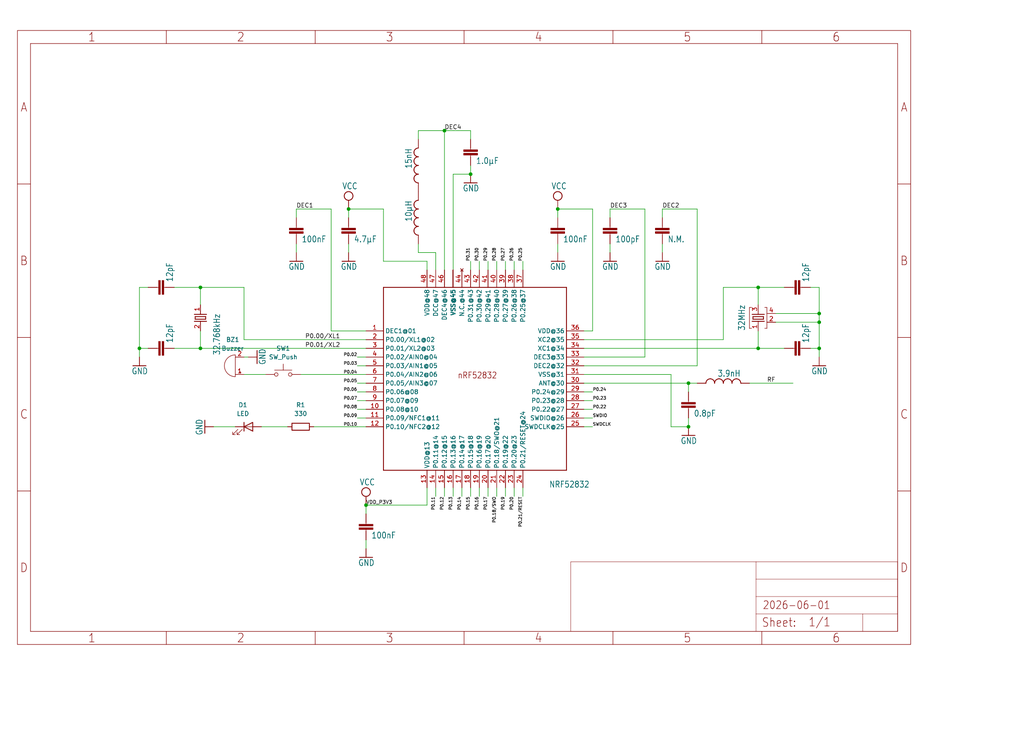
<source format=kicad_sch>
(kicad_sch (version 20230121) (generator eeschema)

  (uuid eb0c94af-5fd4-4a7b-8e12-62f4e6d35bcb)

  (paper "User" 298.45 217.322)

  (lib_symbols
    (symbol "Device:Buzzer" (pin_names (offset 0.0254) hide) (in_bom yes) (on_board yes)
      (property "Reference" "BZ" (at 3.81 1.27 0)
        (effects (font (size 1.27 1.27)) (justify left))
      )
      (property "Value" "Buzzer" (at 3.81 -1.27 0)
        (effects (font (size 1.27 1.27)) (justify left))
      )
      (property "Footprint" "" (at -0.635 2.54 90)
        (effects (font (size 1.27 1.27)) hide)
      )
      (property "Datasheet" "~" (at -0.635 2.54 90)
        (effects (font (size 1.27 1.27)) hide)
      )
      (property "ki_keywords" "quartz resonator ceramic" (at 0 0 0)
        (effects (font (size 1.27 1.27)) hide)
      )
      (property "ki_description" "Buzzer, polarized" (at 0 0 0)
        (effects (font (size 1.27 1.27)) hide)
      )
      (property "ki_fp_filters" "*Buzzer*" (at 0 0 0)
        (effects (font (size 1.27 1.27)) hide)
      )
      (symbol "Buzzer_0_1"
        (arc (start 0 -3.175) (mid 3.1612 0) (end 0 3.175)
          (stroke (width 0) (type default))
          (fill (type none))
        )
        (polyline
          (pts
            (xy -1.651 1.905)
            (xy -1.143 1.905)
          )
          (stroke (width 0) (type default))
          (fill (type none))
        )
        (polyline
          (pts
            (xy -1.397 2.159)
            (xy -1.397 1.651)
          )
          (stroke (width 0) (type default))
          (fill (type none))
        )
        (polyline
          (pts
            (xy 0 3.175)
            (xy 0 -3.175)
          )
          (stroke (width 0) (type default))
          (fill (type none))
        )
      )
      (symbol "Buzzer_1_1"
        (pin passive line (at -2.54 2.54 0) (length 2.54)
          (name "-" (effects (font (size 1.27 1.27))))
          (number "1" (effects (font (size 1.27 1.27))))
        )
        (pin passive line (at -2.54 -2.54 0) (length 2.54)
          (name "+" (effects (font (size 1.27 1.27))))
          (number "2" (effects (font (size 1.27 1.27))))
        )
      )
    )
    (symbol "Device:LED" (pin_numbers hide) (pin_names (offset 1.016) hide) (in_bom yes) (on_board yes)
      (property "Reference" "D" (at 0 2.54 0)
        (effects (font (size 1.27 1.27)))
      )
      (property "Value" "LED" (at 0 -2.54 0)
        (effects (font (size 1.27 1.27)))
      )
      (property "Footprint" "" (at 0 0 0)
        (effects (font (size 1.27 1.27)) hide)
      )
      (property "Datasheet" "~" (at 0 0 0)
        (effects (font (size 1.27 1.27)) hide)
      )
      (property "ki_keywords" "LED diode" (at 0 0 0)
        (effects (font (size 1.27 1.27)) hide)
      )
      (property "ki_description" "Light emitting diode" (at 0 0 0)
        (effects (font (size 1.27 1.27)) hide)
      )
      (property "ki_fp_filters" "LED* LED_SMD:* LED_THT:*" (at 0 0 0)
        (effects (font (size 1.27 1.27)) hide)
      )
      (symbol "LED_0_1"
        (polyline
          (pts
            (xy -1.27 -1.27)
            (xy -1.27 1.27)
          )
          (stroke (width 0.254) (type default))
          (fill (type none))
        )
        (polyline
          (pts
            (xy -1.27 0)
            (xy 1.27 0)
          )
          (stroke (width 0) (type default))
          (fill (type none))
        )
        (polyline
          (pts
            (xy 1.27 -1.27)
            (xy 1.27 1.27)
            (xy -1.27 0)
            (xy 1.27 -1.27)
          )
          (stroke (width 0.254) (type default))
          (fill (type none))
        )
        (polyline
          (pts
            (xy -3.048 -0.762)
            (xy -4.572 -2.286)
            (xy -3.81 -2.286)
            (xy -4.572 -2.286)
            (xy -4.572 -1.524)
          )
          (stroke (width 0) (type default))
          (fill (type none))
        )
        (polyline
          (pts
            (xy -1.778 -0.762)
            (xy -3.302 -2.286)
            (xy -2.54 -2.286)
            (xy -3.302 -2.286)
            (xy -3.302 -1.524)
          )
          (stroke (width 0) (type default))
          (fill (type none))
        )
      )
      (symbol "LED_1_1"
        (pin passive line (at -3.81 0 0) (length 2.54)
          (name "K" (effects (font (size 1.27 1.27))))
          (number "1" (effects (font (size 1.27 1.27))))
        )
        (pin passive line (at 3.81 0 180) (length 2.54)
          (name "A" (effects (font (size 1.27 1.27))))
          (number "2" (effects (font (size 1.27 1.27))))
        )
      )
    )
    (symbol "Device:R" (pin_numbers hide) (pin_names (offset 0)) (in_bom yes) (on_board yes)
      (property "Reference" "R" (at 2.032 0 90)
        (effects (font (size 1.27 1.27)))
      )
      (property "Value" "R" (at 0 0 90)
        (effects (font (size 1.27 1.27)))
      )
      (property "Footprint" "" (at -1.778 0 90)
        (effects (font (size 1.27 1.27)) hide)
      )
      (property "Datasheet" "~" (at 0 0 0)
        (effects (font (size 1.27 1.27)) hide)
      )
      (property "ki_keywords" "R res resistor" (at 0 0 0)
        (effects (font (size 1.27 1.27)) hide)
      )
      (property "ki_description" "Resistor" (at 0 0 0)
        (effects (font (size 1.27 1.27)) hide)
      )
      (property "ki_fp_filters" "R_*" (at 0 0 0)
        (effects (font (size 1.27 1.27)) hide)
      )
      (symbol "R_0_1"
        (rectangle (start -1.016 -2.54) (end 1.016 2.54)
          (stroke (width 0.254) (type default))
          (fill (type none))
        )
      )
      (symbol "R_1_1"
        (pin passive line (at 0 3.81 270) (length 1.27)
          (name "~" (effects (font (size 1.27 1.27))))
          (number "1" (effects (font (size 1.27 1.27))))
        )
        (pin passive line (at 0 -3.81 90) (length 1.27)
          (name "~" (effects (font (size 1.27 1.27))))
          (number "2" (effects (font (size 1.27 1.27))))
        )
      )
    )
    (symbol "Switch:SW_Push" (pin_numbers hide) (pin_names (offset 1.016) hide) (in_bom yes) (on_board yes)
      (property "Reference" "SW" (at 1.27 2.54 0)
        (effects (font (size 1.27 1.27)) (justify left))
      )
      (property "Value" "SW_Push" (at 0 -1.524 0)
        (effects (font (size 1.27 1.27)))
      )
      (property "Footprint" "" (at 0 5.08 0)
        (effects (font (size 1.27 1.27)) hide)
      )
      (property "Datasheet" "~" (at 0 5.08 0)
        (effects (font (size 1.27 1.27)) hide)
      )
      (property "ki_keywords" "switch normally-open pushbutton push-button" (at 0 0 0)
        (effects (font (size 1.27 1.27)) hide)
      )
      (property "ki_description" "Push button switch, generic, two pins" (at 0 0 0)
        (effects (font (size 1.27 1.27)) hide)
      )
      (symbol "SW_Push_0_1"
        (circle (center -2.032 0) (radius 0.508)
          (stroke (width 0) (type default))
          (fill (type none))
        )
        (polyline
          (pts
            (xy 0 1.27)
            (xy 0 3.048)
          )
          (stroke (width 0) (type default))
          (fill (type none))
        )
        (polyline
          (pts
            (xy 2.54 1.27)
            (xy -2.54 1.27)
          )
          (stroke (width 0) (type default))
          (fill (type none))
        )
        (circle (center 2.032 0) (radius 0.508)
          (stroke (width 0) (type default))
          (fill (type none))
        )
        (pin passive line (at -5.08 0 0) (length 2.54)
          (name "1" (effects (font (size 1.27 1.27))))
          (number "1" (effects (font (size 1.27 1.27))))
        )
        (pin passive line (at 5.08 0 180) (length 2.54)
          (name "2" (effects (font (size 1.27 1.27))))
          (number "2" (effects (font (size 1.27 1.27))))
        )
      )
    )
    (symbol "nRF52832_qfaa_dcdc-eagle-import:A4L-LOC" (in_bom yes) (on_board yes)
      (property "Reference" "#FRAME" (at 0 0 0)
        (effects (font (size 1.27 1.27)) hide)
      )
      (property "Value" "" (at 0 0 0)
        (effects (font (size 1.27 1.27)) hide)
      )
      (property "Footprint" "" (at 0 0 0)
        (effects (font (size 1.27 1.27)) hide)
      )
      (property "Datasheet" "" (at 0 0 0)
        (effects (font (size 1.27 1.27)) hide)
      )
      (property "ki_locked" "" (at 0 0 0)
        (effects (font (size 1.27 1.27)))
      )
      (symbol "A4L-LOC_1_0"
        (polyline
          (pts
            (xy 0 44.7675)
            (xy 3.81 44.7675)
          )
          (stroke (width 0) (type default))
          (fill (type none))
        )
        (polyline
          (pts
            (xy 0 89.535)
            (xy 3.81 89.535)
          )
          (stroke (width 0) (type default))
          (fill (type none))
        )
        (polyline
          (pts
            (xy 0 134.3025)
            (xy 3.81 134.3025)
          )
          (stroke (width 0) (type default))
          (fill (type none))
        )
        (polyline
          (pts
            (xy 3.81 3.81)
            (xy 3.81 175.26)
          )
          (stroke (width 0) (type default))
          (fill (type none))
        )
        (polyline
          (pts
            (xy 43.3917 0)
            (xy 43.3917 3.81)
          )
          (stroke (width 0) (type default))
          (fill (type none))
        )
        (polyline
          (pts
            (xy 43.3917 175.26)
            (xy 43.3917 179.07)
          )
          (stroke (width 0) (type default))
          (fill (type none))
        )
        (polyline
          (pts
            (xy 86.7833 0)
            (xy 86.7833 3.81)
          )
          (stroke (width 0) (type default))
          (fill (type none))
        )
        (polyline
          (pts
            (xy 86.7833 175.26)
            (xy 86.7833 179.07)
          )
          (stroke (width 0) (type default))
          (fill (type none))
        )
        (polyline
          (pts
            (xy 130.175 0)
            (xy 130.175 3.81)
          )
          (stroke (width 0) (type default))
          (fill (type none))
        )
        (polyline
          (pts
            (xy 130.175 175.26)
            (xy 130.175 179.07)
          )
          (stroke (width 0) (type default))
          (fill (type none))
        )
        (polyline
          (pts
            (xy 161.29 3.81)
            (xy 161.29 24.13)
          )
          (stroke (width 0.1016) (type solid))
          (fill (type none))
        )
        (polyline
          (pts
            (xy 161.29 24.13)
            (xy 215.265 24.13)
          )
          (stroke (width 0.1016) (type solid))
          (fill (type none))
        )
        (polyline
          (pts
            (xy 173.5667 0)
            (xy 173.5667 3.81)
          )
          (stroke (width 0) (type default))
          (fill (type none))
        )
        (polyline
          (pts
            (xy 173.5667 175.26)
            (xy 173.5667 179.07)
          )
          (stroke (width 0) (type default))
          (fill (type none))
        )
        (polyline
          (pts
            (xy 215.265 8.89)
            (xy 215.265 3.81)
          )
          (stroke (width 0.1016) (type solid))
          (fill (type none))
        )
        (polyline
          (pts
            (xy 215.265 8.89)
            (xy 215.265 13.97)
          )
          (stroke (width 0.1016) (type solid))
          (fill (type none))
        )
        (polyline
          (pts
            (xy 215.265 13.97)
            (xy 215.265 19.05)
          )
          (stroke (width 0.1016) (type solid))
          (fill (type none))
        )
        (polyline
          (pts
            (xy 215.265 13.97)
            (xy 256.54 13.97)
          )
          (stroke (width 0.1016) (type solid))
          (fill (type none))
        )
        (polyline
          (pts
            (xy 215.265 19.05)
            (xy 215.265 24.13)
          )
          (stroke (width 0.1016) (type solid))
          (fill (type none))
        )
        (polyline
          (pts
            (xy 215.265 19.05)
            (xy 256.54 19.05)
          )
          (stroke (width 0.1016) (type solid))
          (fill (type none))
        )
        (polyline
          (pts
            (xy 215.265 24.13)
            (xy 256.54 24.13)
          )
          (stroke (width 0.1016) (type solid))
          (fill (type none))
        )
        (polyline
          (pts
            (xy 216.9583 0)
            (xy 216.9583 3.81)
          )
          (stroke (width 0) (type default))
          (fill (type none))
        )
        (polyline
          (pts
            (xy 216.9583 175.26)
            (xy 216.9583 179.07)
          )
          (stroke (width 0) (type default))
          (fill (type none))
        )
        (polyline
          (pts
            (xy 246.38 3.81)
            (xy 246.38 8.89)
          )
          (stroke (width 0.1016) (type solid))
          (fill (type none))
        )
        (polyline
          (pts
            (xy 246.38 8.89)
            (xy 215.265 8.89)
          )
          (stroke (width 0.1016) (type solid))
          (fill (type none))
        )
        (polyline
          (pts
            (xy 246.38 8.89)
            (xy 256.54 8.89)
          )
          (stroke (width 0.1016) (type solid))
          (fill (type none))
        )
        (polyline
          (pts
            (xy 256.54 3.81)
            (xy 3.81 3.81)
          )
          (stroke (width 0) (type default))
          (fill (type none))
        )
        (polyline
          (pts
            (xy 256.54 3.81)
            (xy 256.54 8.89)
          )
          (stroke (width 0.1016) (type solid))
          (fill (type none))
        )
        (polyline
          (pts
            (xy 256.54 3.81)
            (xy 256.54 175.26)
          )
          (stroke (width 0) (type default))
          (fill (type none))
        )
        (polyline
          (pts
            (xy 256.54 8.89)
            (xy 256.54 13.97)
          )
          (stroke (width 0.1016) (type solid))
          (fill (type none))
        )
        (polyline
          (pts
            (xy 256.54 13.97)
            (xy 256.54 19.05)
          )
          (stroke (width 0.1016) (type solid))
          (fill (type none))
        )
        (polyline
          (pts
            (xy 256.54 19.05)
            (xy 256.54 24.13)
          )
          (stroke (width 0.1016) (type solid))
          (fill (type none))
        )
        (polyline
          (pts
            (xy 256.54 44.7675)
            (xy 260.35 44.7675)
          )
          (stroke (width 0) (type default))
          (fill (type none))
        )
        (polyline
          (pts
            (xy 256.54 89.535)
            (xy 260.35 89.535)
          )
          (stroke (width 0) (type default))
          (fill (type none))
        )
        (polyline
          (pts
            (xy 256.54 134.3025)
            (xy 260.35 134.3025)
          )
          (stroke (width 0) (type default))
          (fill (type none))
        )
        (polyline
          (pts
            (xy 256.54 175.26)
            (xy 3.81 175.26)
          )
          (stroke (width 0) (type default))
          (fill (type none))
        )
        (polyline
          (pts
            (xy 0 0)
            (xy 260.35 0)
            (xy 260.35 179.07)
            (xy 0 179.07)
            (xy 0 0)
          )
          (stroke (width 0) (type default))
          (fill (type none))
        )
        (text "${#}/${##}" (at 230.505 5.08 0)
          (effects (font (size 2.54 2.159)) (justify left bottom))
        )
        (text "${CURRENT_DATE}" (at 217.17 10.16 0)
          (effects (font (size 2.286 1.9431)) (justify left bottom))
        )
        (text "${PROJECTNAME}" (at 217.17 15.24 0)
          (effects (font (size 2.54 2.159)) (justify left bottom))
        )
        (text "1" (at 21.6958 1.905 0)
          (effects (font (size 2.54 2.286)))
        )
        (text "1" (at 21.6958 177.165 0)
          (effects (font (size 2.54 2.286)))
        )
        (text "2" (at 65.0875 1.905 0)
          (effects (font (size 2.54 2.286)))
        )
        (text "2" (at 65.0875 177.165 0)
          (effects (font (size 2.54 2.286)))
        )
        (text "3" (at 108.4792 1.905 0)
          (effects (font (size 2.54 2.286)))
        )
        (text "3" (at 108.4792 177.165 0)
          (effects (font (size 2.54 2.286)))
        )
        (text "4" (at 151.8708 1.905 0)
          (effects (font (size 2.54 2.286)))
        )
        (text "4" (at 151.8708 177.165 0)
          (effects (font (size 2.54 2.286)))
        )
        (text "5" (at 195.2625 1.905 0)
          (effects (font (size 2.54 2.286)))
        )
        (text "5" (at 195.2625 177.165 0)
          (effects (font (size 2.54 2.286)))
        )
        (text "6" (at 238.6542 1.905 0)
          (effects (font (size 2.54 2.286)))
        )
        (text "6" (at 238.6542 177.165 0)
          (effects (font (size 2.54 2.286)))
        )
        (text "A" (at 1.905 156.6863 0)
          (effects (font (size 2.54 2.286)))
        )
        (text "A" (at 258.445 156.6863 0)
          (effects (font (size 2.54 2.286)))
        )
        (text "B" (at 1.905 111.9188 0)
          (effects (font (size 2.54 2.286)))
        )
        (text "B" (at 258.445 111.9188 0)
          (effects (font (size 2.54 2.286)))
        )
        (text "C" (at 1.905 67.1513 0)
          (effects (font (size 2.54 2.286)))
        )
        (text "C" (at 258.445 67.1513 0)
          (effects (font (size 2.54 2.286)))
        )
        (text "D" (at 1.905 22.3838 0)
          (effects (font (size 2.54 2.286)))
        )
        (text "D" (at 258.445 22.3838 0)
          (effects (font (size 2.54 2.286)))
        )
        (text "Sheet:" (at 216.916 4.953 0)
          (effects (font (size 2.54 2.159)) (justify left bottom))
        )
      )
    )
    (symbol "nRF52832_qfaa_dcdc-eagle-import:CAPACITOR_0402_N" (in_bom yes) (on_board yes)
      (property "Reference" "" (at 1.524 0.381 0)
        (effects (font (size 1.778 1.5113)) (justify left bottom) hide)
      )
      (property "Value" "" (at 1.524 -4.699 0)
        (effects (font (size 1.778 1.5113)) (justify left bottom))
      )
      (property "Footprint" "nRF52832_qfaa_dcdc:RESC0402_N" (at 0 0 0)
        (effects (font (size 1.27 1.27)) hide)
      )
      (property "Datasheet" "" (at 0 0 0)
        (effects (font (size 1.27 1.27)) hide)
      )
      (property "ki_locked" "" (at 0 0 0)
        (effects (font (size 1.27 1.27)))
      )
      (symbol "CAPACITOR_0402_N_1_0"
        (rectangle (start -2.032 -2.032) (end 2.032 -1.524)
          (stroke (width 0) (type default))
          (fill (type outline))
        )
        (rectangle (start -2.032 -1.016) (end 2.032 -0.508)
          (stroke (width 0) (type default))
          (fill (type outline))
        )
        (polyline
          (pts
            (xy 0 -2.54)
            (xy 0 -2.032)
          )
          (stroke (width 0.1524) (type solid))
          (fill (type none))
        )
        (polyline
          (pts
            (xy 0 0)
            (xy 0 -0.508)
          )
          (stroke (width 0.1524) (type solid))
          (fill (type none))
        )
        (pin passive line (at 0 2.54 270) (length 2.54)
          (name "1" (effects (font (size 0 0))))
          (number "1" (effects (font (size 0 0))))
        )
        (pin passive line (at 0 -5.08 90) (length 2.54)
          (name "2" (effects (font (size 0 0))))
          (number "2" (effects (font (size 0 0))))
        )
      )
    )
    (symbol "nRF52832_qfaa_dcdc-eagle-import:CAPACITOR_0603_N" (in_bom yes) (on_board yes)
      (property "Reference" "" (at 1.524 0.381 0)
        (effects (font (size 1.778 1.5113)) (justify left bottom) hide)
      )
      (property "Value" "" (at 1.524 -4.699 0)
        (effects (font (size 1.778 1.5113)) (justify left bottom))
      )
      (property "Footprint" "nRF52832_qfaa_dcdc:RESC0603_N" (at 0 0 0)
        (effects (font (size 1.27 1.27)) hide)
      )
      (property "Datasheet" "" (at 0 0 0)
        (effects (font (size 1.27 1.27)) hide)
      )
      (property "ki_locked" "" (at 0 0 0)
        (effects (font (size 1.27 1.27)))
      )
      (symbol "CAPACITOR_0603_N_1_0"
        (rectangle (start -2.032 -2.032) (end 2.032 -1.524)
          (stroke (width 0) (type default))
          (fill (type outline))
        )
        (rectangle (start -2.032 -1.016) (end 2.032 -0.508)
          (stroke (width 0) (type default))
          (fill (type outline))
        )
        (polyline
          (pts
            (xy 0 -2.54)
            (xy 0 -2.032)
          )
          (stroke (width 0.1524) (type solid))
          (fill (type none))
        )
        (polyline
          (pts
            (xy 0 0)
            (xy 0 -0.508)
          )
          (stroke (width 0.1524) (type solid))
          (fill (type none))
        )
        (pin passive line (at 0 2.54 270) (length 2.54)
          (name "1" (effects (font (size 0 0))))
          (number "1" (effects (font (size 0 0))))
        )
        (pin passive line (at 0 -5.08 90) (length 2.54)
          (name "2" (effects (font (size 0 0))))
          (number "2" (effects (font (size 0 0))))
        )
      )
    )
    (symbol "nRF52832_qfaa_dcdc-eagle-import:GND" (power) (in_bom yes) (on_board yes)
      (property "Reference" "#GND" (at 0 0 0)
        (effects (font (size 1.27 1.27)) hide)
      )
      (property "Value" "GND" (at -2.54 -2.54 0)
        (effects (font (size 1.778 1.5113)) (justify left bottom))
      )
      (property "Footprint" "" (at 0 0 0)
        (effects (font (size 1.27 1.27)) hide)
      )
      (property "Datasheet" "" (at 0 0 0)
        (effects (font (size 1.27 1.27)) hide)
      )
      (property "ki_locked" "" (at 0 0 0)
        (effects (font (size 1.27 1.27)))
      )
      (symbol "GND_1_0"
        (polyline
          (pts
            (xy -1.905 0)
            (xy 1.905 0)
          )
          (stroke (width 0.254) (type solid))
          (fill (type none))
        )
        (pin power_in line (at 0 2.54 270) (length 2.54)
          (name "GND" (effects (font (size 0 0))))
          (number "1" (effects (font (size 0 0))))
        )
      )
    )
    (symbol "nRF52832_qfaa_dcdc-eagle-import:INDUCTOR_0402_N" (in_bom yes) (on_board yes)
      (property "Reference" "" (at -1.27 -5.08 90)
        (effects (font (size 1.778 1.5113)) (justify left bottom) hide)
      )
      (property "Value" "" (at 3.81 -5.08 90)
        (effects (font (size 1.778 1.5113)) (justify left bottom))
      )
      (property "Footprint" "nRF52832_qfaa_dcdc:RESC0402_N" (at 0 0 0)
        (effects (font (size 1.27 1.27)) hide)
      )
      (property "Datasheet" "" (at 0 0 0)
        (effects (font (size 1.27 1.27)) hide)
      )
      (property "ki_locked" "" (at 0 0 0)
        (effects (font (size 1.27 1.27)))
      )
      (symbol "INDUCTOR_0402_N_1_0"
        (arc (start 0 -5.08) (mid 0.898 -4.708) (end 1.27 -3.81)
          (stroke (width 0.254) (type solid))
          (fill (type none))
        )
        (arc (start 0 -2.54) (mid 0.898 -2.168) (end 1.27 -1.27)
          (stroke (width 0.254) (type solid))
          (fill (type none))
        )
        (arc (start 0 0) (mid 0.898 0.372) (end 1.27 1.27)
          (stroke (width 0.254) (type solid))
          (fill (type none))
        )
        (arc (start 0 2.54) (mid 0.898 2.912) (end 1.27 3.81)
          (stroke (width 0.254) (type solid))
          (fill (type none))
        )
        (arc (start 1.27 -3.81) (mid 0.898 -2.912) (end 0 -2.54)
          (stroke (width 0.254) (type solid))
          (fill (type none))
        )
        (arc (start 1.27 -1.27) (mid 0.898 -0.372) (end 0 0)
          (stroke (width 0.254) (type solid))
          (fill (type none))
        )
        (arc (start 1.27 1.27) (mid 0.898 2.168) (end 0 2.54)
          (stroke (width 0.254) (type solid))
          (fill (type none))
        )
        (arc (start 1.27 3.81) (mid 0.898 4.708) (end 0 5.08)
          (stroke (width 0.254) (type solid))
          (fill (type none))
        )
        (pin passive line (at 0 7.62 270) (length 2.54)
          (name "1" (effects (font (size 0 0))))
          (number "1" (effects (font (size 0 0))))
        )
        (pin passive line (at 0 -7.62 90) (length 2.54)
          (name "2" (effects (font (size 0 0))))
          (number "2" (effects (font (size 0 0))))
        )
      )
    )
    (symbol "nRF52832_qfaa_dcdc-eagle-import:INDUCTOR_0603_N" (in_bom yes) (on_board yes)
      (property "Reference" "" (at -1.27 -5.08 90)
        (effects (font (size 1.778 1.5113)) (justify left bottom) hide)
      )
      (property "Value" "" (at 3.81 -5.08 90)
        (effects (font (size 1.778 1.5113)) (justify left bottom))
      )
      (property "Footprint" "nRF52832_qfaa_dcdc:RESC0603_N" (at 0 0 0)
        (effects (font (size 1.27 1.27)) hide)
      )
      (property "Datasheet" "" (at 0 0 0)
        (effects (font (size 1.27 1.27)) hide)
      )
      (property "ki_locked" "" (at 0 0 0)
        (effects (font (size 1.27 1.27)))
      )
      (symbol "INDUCTOR_0603_N_1_0"
        (arc (start 0 -5.08) (mid 0.898 -4.708) (end 1.27 -3.81)
          (stroke (width 0.254) (type solid))
          (fill (type none))
        )
        (arc (start 0 -2.54) (mid 0.898 -2.168) (end 1.27 -1.27)
          (stroke (width 0.254) (type solid))
          (fill (type none))
        )
        (arc (start 0 0) (mid 0.898 0.372) (end 1.27 1.27)
          (stroke (width 0.254) (type solid))
          (fill (type none))
        )
        (arc (start 0 2.54) (mid 0.898 2.912) (end 1.27 3.81)
          (stroke (width 0.254) (type solid))
          (fill (type none))
        )
        (arc (start 1.27 -3.81) (mid 0.898 -2.912) (end 0 -2.54)
          (stroke (width 0.254) (type solid))
          (fill (type none))
        )
        (arc (start 1.27 -1.27) (mid 0.898 -0.372) (end 0 0)
          (stroke (width 0.254) (type solid))
          (fill (type none))
        )
        (arc (start 1.27 1.27) (mid 0.898 2.168) (end 0 2.54)
          (stroke (width 0.254) (type solid))
          (fill (type none))
        )
        (arc (start 1.27 3.81) (mid 0.898 4.708) (end 0 5.08)
          (stroke (width 0.254) (type solid))
          (fill (type none))
        )
        (pin passive line (at 0 7.62 270) (length 2.54)
          (name "1" (effects (font (size 0 0))))
          (number "1" (effects (font (size 0 0))))
        )
        (pin passive line (at 0 -7.62 90) (length 2.54)
          (name "2" (effects (font (size 0 0))))
          (number "2" (effects (font (size 0 0))))
        )
      )
    )
    (symbol "nRF52832_qfaa_dcdc-eagle-import:NRF52832" (in_bom yes) (on_board yes)
      (property "Reference" "" (at 48.26 -2.54 0)
        (effects (font (size 1.778 1.5113)) (justify left bottom) hide)
      )
      (property "Value" "" (at 48.26 -5.08 0)
        (effects (font (size 1.778 1.5113)) (justify left bottom))
      )
      (property "Footprint" "nRF52832_qfaa_dcdc:QFN40P600X600X90-48_N" (at 0 0 0)
        (effects (font (size 1.27 1.27)) hide)
      )
      (property "Datasheet" "" (at 0 0 0)
        (effects (font (size 1.27 1.27)) hide)
      )
      (property "ki_locked" "" (at 0 0 0)
        (effects (font (size 1.27 1.27)))
      )
      (symbol "NRF52832_1_0"
        (polyline
          (pts
            (xy 0 0)
            (xy 0 53.34)
          )
          (stroke (width 0.254) (type solid))
          (fill (type none))
        )
        (polyline
          (pts
            (xy 0 53.34)
            (xy 53.34 53.34)
          )
          (stroke (width 0.254) (type solid))
          (fill (type none))
        )
        (polyline
          (pts
            (xy 53.34 0)
            (xy 0 0)
          )
          (stroke (width 0.254) (type solid))
          (fill (type none))
        )
        (polyline
          (pts
            (xy 53.34 53.34)
            (xy 53.34 0)
          )
          (stroke (width 0.254) (type solid))
          (fill (type none))
        )
        (text "nRF52832" (at 21.59 26.67 0)
          (effects (font (size 1.778 1.5113)) (justify left bottom))
        )
        (pin power_in line (at -5.08 40.64 0) (length 5.08)
          (name "DEC1@01" (effects (font (size 1.27 1.27))))
          (number "1" (effects (font (size 1.27 1.27))))
        )
        (pin bidirectional line (at -5.08 17.78 0) (length 5.08)
          (name "P0.08@10" (effects (font (size 1.27 1.27))))
          (number "10" (effects (font (size 1.27 1.27))))
        )
        (pin bidirectional line (at -5.08 15.24 0) (length 5.08)
          (name "P0.09/NFC1@11" (effects (font (size 1.27 1.27))))
          (number "11" (effects (font (size 1.27 1.27))))
        )
        (pin bidirectional line (at -5.08 12.7 0) (length 5.08)
          (name "P0.10/NFC2@12" (effects (font (size 1.27 1.27))))
          (number "12" (effects (font (size 1.27 1.27))))
        )
        (pin power_in line (at 12.7 -5.08 90) (length 5.08)
          (name "VDD@13" (effects (font (size 1.27 1.27))))
          (number "13" (effects (font (size 1.27 1.27))))
        )
        (pin bidirectional line (at 15.24 -5.08 90) (length 5.08)
          (name "P0.11@14" (effects (font (size 1.27 1.27))))
          (number "14" (effects (font (size 1.27 1.27))))
        )
        (pin bidirectional line (at 17.78 -5.08 90) (length 5.08)
          (name "P0.12@15" (effects (font (size 1.27 1.27))))
          (number "15" (effects (font (size 1.27 1.27))))
        )
        (pin bidirectional line (at 20.32 -5.08 90) (length 5.08)
          (name "P0.13@16" (effects (font (size 1.27 1.27))))
          (number "16" (effects (font (size 1.27 1.27))))
        )
        (pin bidirectional line (at 22.86 -5.08 90) (length 5.08)
          (name "P0.14@17" (effects (font (size 1.27 1.27))))
          (number "17" (effects (font (size 1.27 1.27))))
        )
        (pin bidirectional line (at 25.4 -5.08 90) (length 5.08)
          (name "P0.15@18" (effects (font (size 1.27 1.27))))
          (number "18" (effects (font (size 1.27 1.27))))
        )
        (pin bidirectional line (at 27.94 -5.08 90) (length 5.08)
          (name "P0.16@19" (effects (font (size 1.27 1.27))))
          (number "19" (effects (font (size 1.27 1.27))))
        )
        (pin bidirectional line (at -5.08 38.1 0) (length 5.08)
          (name "P0.00/XL1@02" (effects (font (size 1.27 1.27))))
          (number "2" (effects (font (size 1.27 1.27))))
        )
        (pin bidirectional line (at 30.48 -5.08 90) (length 5.08)
          (name "P0.17@20" (effects (font (size 1.27 1.27))))
          (number "20" (effects (font (size 1.27 1.27))))
        )
        (pin bidirectional line (at 33.02 -5.08 90) (length 5.08)
          (name "P0.18/SWO@21" (effects (font (size 1.27 1.27))))
          (number "21" (effects (font (size 1.27 1.27))))
        )
        (pin bidirectional line (at 35.56 -5.08 90) (length 5.08)
          (name "P0.19@22" (effects (font (size 1.27 1.27))))
          (number "22" (effects (font (size 1.27 1.27))))
        )
        (pin bidirectional line (at 38.1 -5.08 90) (length 5.08)
          (name "P0.20@23" (effects (font (size 1.27 1.27))))
          (number "23" (effects (font (size 1.27 1.27))))
        )
        (pin bidirectional line (at 40.64 -5.08 90) (length 5.08)
          (name "P0.21/RESET@24" (effects (font (size 1.27 1.27))))
          (number "24" (effects (font (size 1.27 1.27))))
        )
        (pin input line (at 58.42 12.7 180) (length 5.08)
          (name "SWDCLK@25" (effects (font (size 1.27 1.27))))
          (number "25" (effects (font (size 1.27 1.27))))
        )
        (pin bidirectional line (at 58.42 15.24 180) (length 5.08)
          (name "SWDIO@26" (effects (font (size 1.27 1.27))))
          (number "26" (effects (font (size 1.27 1.27))))
        )
        (pin bidirectional line (at 58.42 17.78 180) (length 5.08)
          (name "P0.22@27" (effects (font (size 1.27 1.27))))
          (number "27" (effects (font (size 1.27 1.27))))
        )
        (pin bidirectional line (at 58.42 20.32 180) (length 5.08)
          (name "P0.23@28" (effects (font (size 1.27 1.27))))
          (number "28" (effects (font (size 1.27 1.27))))
        )
        (pin bidirectional line (at 58.42 22.86 180) (length 5.08)
          (name "P0.24@29" (effects (font (size 1.27 1.27))))
          (number "29" (effects (font (size 1.27 1.27))))
        )
        (pin bidirectional line (at -5.08 35.56 0) (length 5.08)
          (name "P0.01/XL2@03" (effects (font (size 1.27 1.27))))
          (number "3" (effects (font (size 1.27 1.27))))
        )
        (pin bidirectional line (at 58.42 25.4 180) (length 5.08)
          (name "ANT@30" (effects (font (size 1.27 1.27))))
          (number "30" (effects (font (size 1.27 1.27))))
        )
        (pin bidirectional line (at 58.42 27.94 180) (length 5.08)
          (name "VSS@31" (effects (font (size 1.27 1.27))))
          (number "31" (effects (font (size 1.27 1.27))))
        )
        (pin bidirectional line (at 58.42 30.48 180) (length 5.08)
          (name "DEC2@32" (effects (font (size 1.27 1.27))))
          (number "32" (effects (font (size 1.27 1.27))))
        )
        (pin bidirectional line (at 58.42 33.02 180) (length 5.08)
          (name "DEC3@33" (effects (font (size 1.27 1.27))))
          (number "33" (effects (font (size 1.27 1.27))))
        )
        (pin input line (at 58.42 35.56 180) (length 5.08)
          (name "XC1@34" (effects (font (size 1.27 1.27))))
          (number "34" (effects (font (size 1.27 1.27))))
        )
        (pin output line (at 58.42 38.1 180) (length 5.08)
          (name "XC2@35" (effects (font (size 1.27 1.27))))
          (number "35" (effects (font (size 1.27 1.27))))
        )
        (pin power_in line (at 58.42 40.64 180) (length 5.08)
          (name "VDD@36" (effects (font (size 1.27 1.27))))
          (number "36" (effects (font (size 1.27 1.27))))
        )
        (pin bidirectional line (at 40.64 58.42 270) (length 5.08)
          (name "P0.25@37" (effects (font (size 1.27 1.27))))
          (number "37" (effects (font (size 1.27 1.27))))
        )
        (pin bidirectional line (at 38.1 58.42 270) (length 5.08)
          (name "P0.26@38" (effects (font (size 1.27 1.27))))
          (number "38" (effects (font (size 1.27 1.27))))
        )
        (pin bidirectional line (at 35.56 58.42 270) (length 5.08)
          (name "P0.27@39" (effects (font (size 1.27 1.27))))
          (number "39" (effects (font (size 1.27 1.27))))
        )
        (pin bidirectional line (at -5.08 33.02 0) (length 5.08)
          (name "P0.02/AIN0@04" (effects (font (size 1.27 1.27))))
          (number "4" (effects (font (size 1.27 1.27))))
        )
        (pin bidirectional line (at 33.02 58.42 270) (length 5.08)
          (name "P0.28@40" (effects (font (size 1.27 1.27))))
          (number "40" (effects (font (size 1.27 1.27))))
        )
        (pin bidirectional line (at 30.48 58.42 270) (length 5.08)
          (name "P0.29@41" (effects (font (size 1.27 1.27))))
          (number "41" (effects (font (size 1.27 1.27))))
        )
        (pin bidirectional line (at 27.94 58.42 270) (length 5.08)
          (name "P0.30@42" (effects (font (size 1.27 1.27))))
          (number "42" (effects (font (size 1.27 1.27))))
        )
        (pin bidirectional line (at 25.4 58.42 270) (length 5.08)
          (name "P0.31@43" (effects (font (size 1.27 1.27))))
          (number "43" (effects (font (size 1.27 1.27))))
        )
        (pin no_connect line (at 22.86 58.42 270) (length 5.08)
          (name "N.C.@44" (effects (font (size 1.27 1.27))))
          (number "44" (effects (font (size 1.27 1.27))))
        )
        (pin power_in line (at 20.32 58.42 270) (length 5.08)
          (name "VSS@45" (effects (font (size 1.27 1.27))))
          (number "45" (effects (font (size 0 0))))
        )
        (pin power_in line (at 17.78 58.42 270) (length 5.08)
          (name "DEC4@46" (effects (font (size 1.27 1.27))))
          (number "46" (effects (font (size 1.27 1.27))))
        )
        (pin output line (at 15.24 58.42 270) (length 5.08)
          (name "DCC@47" (effects (font (size 1.27 1.27))))
          (number "47" (effects (font (size 1.27 1.27))))
        )
        (pin power_in line (at 12.7 58.42 270) (length 5.08)
          (name "VDD@48" (effects (font (size 1.27 1.27))))
          (number "48" (effects (font (size 1.27 1.27))))
        )
        (pin bidirectional line (at -5.08 30.48 0) (length 5.08)
          (name "P0.03/AIN1@05" (effects (font (size 1.27 1.27))))
          (number "5" (effects (font (size 1.27 1.27))))
        )
        (pin bidirectional line (at -5.08 27.94 0) (length 5.08)
          (name "P0.04/AIN2@06" (effects (font (size 1.27 1.27))))
          (number "6" (effects (font (size 1.27 1.27))))
        )
        (pin bidirectional line (at -5.08 25.4 0) (length 5.08)
          (name "P0.05/AIN3@07" (effects (font (size 1.27 1.27))))
          (number "7" (effects (font (size 1.27 1.27))))
        )
        (pin bidirectional line (at -5.08 22.86 0) (length 5.08)
          (name "P0.06@08" (effects (font (size 1.27 1.27))))
          (number "8" (effects (font (size 1.27 1.27))))
        )
        (pin bidirectional line (at -5.08 20.32 0) (length 5.08)
          (name "P0.07@09" (effects (font (size 1.27 1.27))))
          (number "9" (effects (font (size 1.27 1.27))))
        )
        (pin power_in line (at 20.32 58.42 270) (length 5.08)
          (name "VSS@45" (effects (font (size 1.27 1.27))))
          (number "PAD" (effects (font (size 0 0))))
        )
        (pin power_in line (at 20.32 58.42 270) (length 5.08)
          (name "VSS@45" (effects (font (size 1.27 1.27))))
          (number "PAD@VIA01" (effects (font (size 0 0))))
        )
        (pin power_in line (at 20.32 58.42 270) (length 5.08)
          (name "VSS@45" (effects (font (size 1.27 1.27))))
          (number "PAD@VIA02" (effects (font (size 0 0))))
        )
        (pin power_in line (at 20.32 58.42 270) (length 5.08)
          (name "VSS@45" (effects (font (size 1.27 1.27))))
          (number "PAD@VIA03" (effects (font (size 0 0))))
        )
        (pin power_in line (at 20.32 58.42 270) (length 5.08)
          (name "VSS@45" (effects (font (size 1.27 1.27))))
          (number "PAD@VIA04" (effects (font (size 0 0))))
        )
        (pin power_in line (at 20.32 58.42 270) (length 5.08)
          (name "VSS@45" (effects (font (size 1.27 1.27))))
          (number "PAD@VIA05" (effects (font (size 0 0))))
        )
        (pin power_in line (at 20.32 58.42 270) (length 5.08)
          (name "VSS@45" (effects (font (size 1.27 1.27))))
          (number "PAD@VIA06" (effects (font (size 0 0))))
        )
        (pin power_in line (at 20.32 58.42 270) (length 5.08)
          (name "VSS@45" (effects (font (size 1.27 1.27))))
          (number "PAD@VIA07" (effects (font (size 0 0))))
        )
        (pin power_in line (at 20.32 58.42 270) (length 5.08)
          (name "VSS@45" (effects (font (size 1.27 1.27))))
          (number "PAD@VIA08" (effects (font (size 0 0))))
        )
        (pin power_in line (at 20.32 58.42 270) (length 5.08)
          (name "VSS@45" (effects (font (size 1.27 1.27))))
          (number "PAD@VIA09" (effects (font (size 0 0))))
        )
        (pin power_in line (at 20.32 58.42 270) (length 5.08)
          (name "VSS@45" (effects (font (size 1.27 1.27))))
          (number "PAD@VIA10" (effects (font (size 0 0))))
        )
        (pin power_in line (at 20.32 58.42 270) (length 5.08)
          (name "VSS@45" (effects (font (size 1.27 1.27))))
          (number "PAD@VIA11" (effects (font (size 0 0))))
        )
        (pin power_in line (at 20.32 58.42 270) (length 5.08)
          (name "VSS@45" (effects (font (size 1.27 1.27))))
          (number "PAD@VIA12" (effects (font (size 0 0))))
        )
        (pin power_in line (at 20.32 58.42 270) (length 5.08)
          (name "VSS@45" (effects (font (size 1.27 1.27))))
          (number "PAD@VIA13" (effects (font (size 0 0))))
        )
        (pin power_in line (at 20.32 58.42 270) (length 5.08)
          (name "VSS@45" (effects (font (size 1.27 1.27))))
          (number "PAD@VIA14" (effects (font (size 0 0))))
        )
        (pin power_in line (at 20.32 58.42 270) (length 5.08)
          (name "VSS@45" (effects (font (size 1.27 1.27))))
          (number "PAD@VIA15" (effects (font (size 0 0))))
        )
        (pin power_in line (at 20.32 58.42 270) (length 5.08)
          (name "VSS@45" (effects (font (size 1.27 1.27))))
          (number "PAD@VIA16" (effects (font (size 0 0))))
        )
      )
    )
    (symbol "nRF52832_qfaa_dcdc-eagle-import:VCC" (power) (in_bom yes) (on_board yes)
      (property "Reference" "#SUPPLY" (at 0 0 0)
        (effects (font (size 1.27 1.27)) hide)
      )
      (property "Value" "VCC" (at -1.905 3.175 0)
        (effects (font (size 1.778 1.5113)) (justify left bottom))
      )
      (property "Footprint" "" (at 0 0 0)
        (effects (font (size 1.27 1.27)) hide)
      )
      (property "Datasheet" "" (at 0 0 0)
        (effects (font (size 1.27 1.27)) hide)
      )
      (property "ki_locked" "" (at 0 0 0)
        (effects (font (size 1.27 1.27)))
      )
      (symbol "VCC_1_0"
        (circle (center 0 1.27) (radius 1.27)
          (stroke (width 0.254) (type solid))
          (fill (type none))
        )
        (pin power_in line (at 0 -2.54 90) (length 2.54)
          (name "VCC" (effects (font (size 0 0))))
          (number "1" (effects (font (size 0 0))))
        )
      )
    )
    (symbol "nRF52832_qfaa_dcdc-eagle-import:XTAL_32KHZ" (in_bom yes) (on_board yes)
      (property "Reference" "" (at 0 6.096 0)
        (effects (font (size 1.778 1.5113)) (justify left bottom) hide)
      )
      (property "Value" "" (at 0 3.81 0)
        (effects (font (size 1.778 1.5113)) (justify left bottom))
      )
      (property "Footprint" "nRF52832_qfaa_dcdc:XTAL_3215_N" (at 0 0 0)
        (effects (font (size 1.27 1.27)) hide)
      )
      (property "Datasheet" "" (at 0 0 0)
        (effects (font (size 1.27 1.27)) hide)
      )
      (property "ki_locked" "" (at 0 0 0)
        (effects (font (size 1.27 1.27)))
      )
      (symbol "XTAL_32KHZ_1_0"
        (polyline
          (pts
            (xy 0 0)
            (xy 0.254 0)
          )
          (stroke (width 0.1524) (type solid))
          (fill (type none))
        )
        (polyline
          (pts
            (xy 0.254 0)
            (xy 0.254 -1.778)
          )
          (stroke (width 0.254) (type solid))
          (fill (type none))
        )
        (polyline
          (pts
            (xy 0.254 1.778)
            (xy 0.254 0)
          )
          (stroke (width 0.254) (type solid))
          (fill (type none))
        )
        (polyline
          (pts
            (xy 0.889 -1.524)
            (xy 1.651 -1.524)
          )
          (stroke (width 0.254) (type solid))
          (fill (type none))
        )
        (polyline
          (pts
            (xy 0.889 1.524)
            (xy 0.889 -1.524)
          )
          (stroke (width 0.254) (type solid))
          (fill (type none))
        )
        (polyline
          (pts
            (xy 1.651 -1.524)
            (xy 1.651 1.524)
          )
          (stroke (width 0.254) (type solid))
          (fill (type none))
        )
        (polyline
          (pts
            (xy 1.651 1.524)
            (xy 0.889 1.524)
          )
          (stroke (width 0.254) (type solid))
          (fill (type none))
        )
        (polyline
          (pts
            (xy 2.286 0)
            (xy 2.286 -1.778)
          )
          (stroke (width 0.254) (type solid))
          (fill (type none))
        )
        (polyline
          (pts
            (xy 2.286 0)
            (xy 2.54 0)
          )
          (stroke (width 0.1524) (type solid))
          (fill (type none))
        )
        (polyline
          (pts
            (xy 2.286 1.778)
            (xy 2.286 0)
          )
          (stroke (width 0.254) (type solid))
          (fill (type none))
        )
        (pin passive line (at -2.54 0 0) (length 2.54)
          (name "1" (effects (font (size 0 0))))
          (number "1" (effects (font (size 1.27 1.27))))
        )
        (pin passive line (at 5.08 0 180) (length 2.54)
          (name "2" (effects (font (size 0 0))))
          (number "2" (effects (font (size 1.27 1.27))))
        )
      )
    )
    (symbol "nRF52832_qfaa_dcdc-eagle-import:XTAL_32MHZ" (in_bom yes) (on_board yes)
      (property "Reference" "" (at 0 8.636 0)
        (effects (font (size 1.778 1.5113)) (justify left bottom) hide)
      )
      (property "Value" "" (at 0 6.35 0)
        (effects (font (size 1.778 1.5113)) (justify left bottom))
      )
      (property "Footprint" "nRF52832_qfaa_dcdc:BT-XTAL_2016_N" (at 0 0 0)
        (effects (font (size 1.27 1.27)) hide)
      )
      (property "Datasheet" "" (at 0 0 0)
        (effects (font (size 1.27 1.27)) hide)
      )
      (property "ki_locked" "" (at 0 0 0)
        (effects (font (size 1.27 1.27)))
      )
      (symbol "XTAL_32MHZ_1_0"
        (polyline
          (pts
            (xy 0.762 0)
            (xy 0.762 0.635)
          )
          (stroke (width 0.1524) (type solid))
          (fill (type none))
        )
        (polyline
          (pts
            (xy 0.762 0)
            (xy 6.858 0)
          )
          (stroke (width 0.1524) (type solid))
          (fill (type none))
        )
        (polyline
          (pts
            (xy 0.762 4.445)
            (xy 0.762 5.08)
          )
          (stroke (width 0.1524) (type solid))
          (fill (type none))
        )
        (polyline
          (pts
            (xy 0.762 5.08)
            (xy 6.858 5.08)
          )
          (stroke (width 0.1524) (type solid))
          (fill (type none))
        )
        (polyline
          (pts
            (xy 2.54 2.54)
            (xy 2.794 2.54)
          )
          (stroke (width 0.1524) (type solid))
          (fill (type none))
        )
        (polyline
          (pts
            (xy 2.794 2.54)
            (xy 2.794 0.762)
          )
          (stroke (width 0.254) (type solid))
          (fill (type none))
        )
        (polyline
          (pts
            (xy 2.794 4.318)
            (xy 2.794 2.54)
          )
          (stroke (width 0.254) (type solid))
          (fill (type none))
        )
        (polyline
          (pts
            (xy 3.429 1.016)
            (xy 4.191 1.016)
          )
          (stroke (width 0.254) (type solid))
          (fill (type none))
        )
        (polyline
          (pts
            (xy 3.429 4.064)
            (xy 3.429 1.016)
          )
          (stroke (width 0.254) (type solid))
          (fill (type none))
        )
        (polyline
          (pts
            (xy 4.191 1.016)
            (xy 4.191 4.064)
          )
          (stroke (width 0.254) (type solid))
          (fill (type none))
        )
        (polyline
          (pts
            (xy 4.191 4.064)
            (xy 3.429 4.064)
          )
          (stroke (width 0.254) (type solid))
          (fill (type none))
        )
        (polyline
          (pts
            (xy 4.826 2.54)
            (xy 4.826 0.762)
          )
          (stroke (width 0.254) (type solid))
          (fill (type none))
        )
        (polyline
          (pts
            (xy 4.826 2.54)
            (xy 5.08 2.54)
          )
          (stroke (width 0.1524) (type solid))
          (fill (type none))
        )
        (polyline
          (pts
            (xy 4.826 4.318)
            (xy 4.826 2.54)
          )
          (stroke (width 0.254) (type solid))
          (fill (type none))
        )
        (polyline
          (pts
            (xy 6.858 0.635)
            (xy 6.858 0)
          )
          (stroke (width 0.1524) (type solid))
          (fill (type none))
        )
        (polyline
          (pts
            (xy 6.858 5.08)
            (xy 6.858 4.445)
          )
          (stroke (width 0.1524) (type solid))
          (fill (type none))
        )
        (pin passive line (at 0 2.54 0) (length 2.54)
          (name "1" (effects (font (size 0 0))))
          (number "1" (effects (font (size 1.27 1.27))))
        )
        (pin passive line (at 2.54 -2.54 90) (length 2.54)
          (name "2" (effects (font (size 0 0))))
          (number "2" (effects (font (size 1.27 1.27))))
        )
        (pin passive line (at 7.62 2.54 180) (length 2.54)
          (name "3" (effects (font (size 0 0))))
          (number "3" (effects (font (size 1.27 1.27))))
        )
        (pin passive line (at 5.08 -2.54 90) (length 2.54)
          (name "4" (effects (font (size 0 0))))
          (number "4" (effects (font (size 1.27 1.27))))
        )
      )
    )
  )

  (junction (at 238.76 91.44) (diameter 0) (color 0 0 0 0)
    (uuid 34e1b7b5-ef43-4865-857c-f8cb2562bfa0)
  )
  (junction (at 220.98 83.82) (diameter 0) (color 0 0 0 0)
    (uuid 431e6eec-d4d6-459e-a22b-d01f10691dd3)
  )
  (junction (at 129.54 38.1) (diameter 0) (color 0 0 0 0)
    (uuid 4de8a777-6ee9-42b8-ba14-1bc32d564a65)
  )
  (junction (at 58.42 83.82) (diameter 0) (color 0 0 0 0)
    (uuid 5db94df0-6d6d-46a1-8602-7e3f791b4911)
  )
  (junction (at 101.6 60.96) (diameter 0) (color 0 0 0 0)
    (uuid 62bb6374-0441-4b1e-8ab9-5d7360ecd12d)
  )
  (junction (at 162.56 60.96) (diameter 0) (color 0 0 0 0)
    (uuid 6342e691-4254-440c-926d-b4d18dc6f258)
  )
  (junction (at 137.16 50.8) (diameter 0) (color 0 0 0 0)
    (uuid 6b8ea7d6-370c-4eb3-9b4c-b98f5b0d0288)
  )
  (junction (at 106.68 147.32) (diameter 0) (color 0 0 0 0)
    (uuid 9b1cfb2e-435c-4156-a07e-3a870ad6c139)
  )
  (junction (at 238.76 93.98) (diameter 0) (color 0 0 0 0)
    (uuid 9e468f6b-c7a5-4bf3-97e6-2f501a2f24c2)
  )
  (junction (at 58.42 101.6) (diameter 0) (color 0 0 0 0)
    (uuid a5a4bd25-e8dd-42d5-97b5-e10b3810195c)
  )
  (junction (at 40.64 101.6) (diameter 0) (color 0 0 0 0)
    (uuid a609bded-7ec0-4261-b9f5-643fe76455e5)
  )
  (junction (at 238.76 101.6) (diameter 0) (color 0 0 0 0)
    (uuid aab80a6b-9150-48a0-bd26-52994f0f5fce)
  )
  (junction (at 200.66 111.76) (diameter 0) (color 0 0 0 0)
    (uuid b5e5b536-124e-4834-a4c5-1c23a39c4b6f)
  )
  (junction (at 200.66 124.46) (diameter 0) (color 0 0 0 0)
    (uuid e0380430-9ee7-4fcd-906c-60dfce0407ca)
  )
  (junction (at 220.98 101.6) (diameter 0) (color 0 0 0 0)
    (uuid ffd04f7c-fc4f-49e3-8577-b3f857f1f127)
  )

  (wire (pts (xy 218.44 111.76) (xy 231.14 111.76))
    (stroke (width 0.1524) (type solid))
    (uuid 008e7f7c-38b6-47d8-a65e-2389a3476c94)
  )
  (wire (pts (xy 147.32 78.74) (xy 147.32 76.2))
    (stroke (width 0.1524) (type solid))
    (uuid 01cce6aa-5d1b-44d5-838a-e75852be3785)
  )
  (wire (pts (xy 149.86 142.24) (xy 149.86 144.78))
    (stroke (width 0.1524) (type solid))
    (uuid 027b57f7-7515-4b0e-a08d-404fbb93eb9a)
  )
  (wire (pts (xy 147.32 142.24) (xy 147.32 144.78))
    (stroke (width 0.1524) (type solid))
    (uuid 02b6a5e2-e72b-477b-9539-ddc768849d84)
  )
  (wire (pts (xy 132.08 50.8) (xy 137.16 50.8))
    (stroke (width 0.1524) (type solid))
    (uuid 0335948f-d968-4e0e-bb51-342f55ec733e)
  )
  (wire (pts (xy 43.18 101.6) (xy 40.64 101.6))
    (stroke (width 0.1524) (type solid))
    (uuid 03ae359b-daea-44d8-94a4-30ad29f02088)
  )
  (wire (pts (xy 96.52 60.96) (xy 86.36 60.96))
    (stroke (width 0.1524) (type solid))
    (uuid 04c6e043-e50a-4add-949f-da420164d427)
  )
  (wire (pts (xy 106.68 104.14) (xy 104.14 104.14))
    (stroke (width 0.1524) (type solid))
    (uuid 07270df9-e800-483b-97e7-62c4e8f5d7bb)
  )
  (wire (pts (xy 187.96 104.14) (xy 170.18 104.14))
    (stroke (width 0.1524) (type solid))
    (uuid 0a6e8b79-4ed9-4384-982a-96d135ff238d)
  )
  (wire (pts (xy 106.68 114.3) (xy 104.14 114.3))
    (stroke (width 0.1524) (type solid))
    (uuid 0be589d8-1112-4033-afc2-15ba170b61b2)
  )
  (wire (pts (xy 236.22 101.6) (xy 238.76 101.6))
    (stroke (width 0.1524) (type solid))
    (uuid 0cec1049-cae2-4765-86b3-16d7a3d6d91a)
  )
  (wire (pts (xy 76.2 124.46) (xy 83.82 124.46))
    (stroke (width 0) (type default))
    (uuid 0fe618d5-a33d-4e70-9bb5-2c0114d098e0)
  )
  (wire (pts (xy 162.56 71.12) (xy 162.56 73.66))
    (stroke (width 0.1524) (type solid))
    (uuid 122d0338-f813-42f8-8127-7217de632a69)
  )
  (wire (pts (xy 127 73.66) (xy 121.92 73.66))
    (stroke (width 0.1524) (type solid))
    (uuid 134e79aa-488e-4ab4-bbd5-e885c68f794b)
  )
  (wire (pts (xy 106.68 147.32) (xy 106.68 149.86))
    (stroke (width 0.1524) (type solid))
    (uuid 19e4c4ec-9f2e-44f3-870d-1f89d853e897)
  )
  (wire (pts (xy 137.16 48.26) (xy 137.16 50.8))
    (stroke (width 0.1524) (type solid))
    (uuid 1c7834c2-7815-4075-917c-4dc66646d2b3)
  )
  (wire (pts (xy 134.62 142.24) (xy 134.62 144.78))
    (stroke (width 0.1524) (type solid))
    (uuid 26ae6b1c-e032-4b47-aa41-f418425ef316)
  )
  (wire (pts (xy 121.92 73.66) (xy 121.92 71.12))
    (stroke (width 0.1524) (type solid))
    (uuid 26dba42d-847e-4c0e-be23-879b56c1bb52)
  )
  (wire (pts (xy 220.98 83.82) (xy 210.82 83.82))
    (stroke (width 0.1524) (type solid))
    (uuid 276e6a68-7379-4da2-a0f2-903b6a58b61d)
  )
  (wire (pts (xy 195.58 124.46) (xy 200.66 124.46))
    (stroke (width 0.1524) (type solid))
    (uuid 2900fd8c-0c29-4ed0-8f47-49789d523b89)
  )
  (wire (pts (xy 226.06 93.98) (xy 238.76 93.98))
    (stroke (width 0.1524) (type solid))
    (uuid 2cef9b3f-b666-4898-ad0e-c90c2ad61026)
  )
  (wire (pts (xy 152.4 78.74) (xy 152.4 76.2))
    (stroke (width 0.1524) (type solid))
    (uuid 2d0ae5c4-8e12-43ce-9083-a87d8e525404)
  )
  (wire (pts (xy 71.12 99.06) (xy 71.12 83.82))
    (stroke (width 0.1524) (type solid))
    (uuid 2dab1399-12bc-40f3-9b55-405017070a50)
  )
  (wire (pts (xy 193.04 60.96) (xy 193.04 63.5))
    (stroke (width 0.1524) (type solid))
    (uuid 33a2e65c-3d56-4ad4-9f8d-ed7721836a72)
  )
  (wire (pts (xy 104.14 121.92) (xy 106.68 121.92))
    (stroke (width 0.1524) (type solid))
    (uuid 36b9a3f1-ed79-48fb-bffd-b64f7c5cb5e9)
  )
  (wire (pts (xy 71.12 104.14) (xy 72.39 104.14))
    (stroke (width 0) (type default))
    (uuid 38953904-6dff-4c66-811e-c824e7f96686)
  )
  (wire (pts (xy 111.76 60.96) (xy 101.6 60.96))
    (stroke (width 0.1524) (type solid))
    (uuid 3a2d0932-a3d5-481b-9dfe-555fb4d893d5)
  )
  (wire (pts (xy 177.8 60.96) (xy 187.96 60.96))
    (stroke (width 0.1524) (type solid))
    (uuid 40062254-d098-423a-8fe2-8d0c88d965ee)
  )
  (wire (pts (xy 203.2 106.68) (xy 203.2 60.96))
    (stroke (width 0.1524) (type solid))
    (uuid 42551a61-c727-451b-b57c-562b04608104)
  )
  (wire (pts (xy 40.64 104.14) (xy 40.64 101.6))
    (stroke (width 0.1524) (type solid))
    (uuid 447274a0-7e56-4088-8788-62566acf151f)
  )
  (wire (pts (xy 121.92 40.64) (xy 121.92 38.1))
    (stroke (width 0.1524) (type solid))
    (uuid 452f00e0-beb7-475b-a1ab-13b11fafebe2)
  )
  (wire (pts (xy 172.72 96.52) (xy 172.72 60.96))
    (stroke (width 0.1524) (type solid))
    (uuid 46428a23-1780-4d8c-8131-b0f46362d93b)
  )
  (wire (pts (xy 238.76 93.98) (xy 238.76 101.6))
    (stroke (width 0.1524) (type solid))
    (uuid 4b219cec-08f2-4ea6-a7d0-9c6c2447b910)
  )
  (wire (pts (xy 200.66 124.46) (xy 200.66 121.92))
    (stroke (width 0.1524) (type solid))
    (uuid 4c6e7a07-b3b0-4ec3-a9f3-492642bf49f5)
  )
  (wire (pts (xy 101.6 60.96) (xy 101.6 63.5))
    (stroke (width 0.1524) (type solid))
    (uuid 4fb821b0-b92b-4d3f-a309-1aa5f40e372c)
  )
  (wire (pts (xy 238.76 101.6) (xy 238.76 104.14))
    (stroke (width 0.1524) (type solid))
    (uuid 5127c0f8-73cf-4a5b-b11d-5e98e10a9d9c)
  )
  (wire (pts (xy 142.24 78.74) (xy 142.24 76.2))
    (stroke (width 0.1524) (type solid))
    (uuid 528adbb8-f77a-4a3b-9177-f05800b2bfd5)
  )
  (wire (pts (xy 50.8 83.82) (xy 58.42 83.82))
    (stroke (width 0.1524) (type solid))
    (uuid 57cc7437-6505-4448-ac50-5dacfaaff7d2)
  )
  (wire (pts (xy 96.52 96.52) (xy 96.52 60.96))
    (stroke (width 0.1524) (type solid))
    (uuid 58fbf785-bca8-41dd-8a93-5d96bbcbf207)
  )
  (wire (pts (xy 170.18 116.84) (xy 172.72 116.84))
    (stroke (width 0.1524) (type solid))
    (uuid 59f62650-18d9-443a-b872-4a5b9fa19702)
  )
  (wire (pts (xy 106.68 111.76) (xy 104.14 111.76))
    (stroke (width 0.1524) (type solid))
    (uuid 5b93b291-2cb3-4436-96e5-62ebad62129a)
  )
  (wire (pts (xy 71.12 109.22) (xy 77.47 109.22))
    (stroke (width 0) (type default))
    (uuid 611451ab-9aa1-4567-9291-e86f5959f639)
  )
  (wire (pts (xy 170.18 114.3) (xy 172.72 114.3))
    (stroke (width 0.1524) (type solid))
    (uuid 629309e3-8418-4310-b4b0-e8458c210c22)
  )
  (wire (pts (xy 40.64 101.6) (xy 40.64 83.82))
    (stroke (width 0.1524) (type solid))
    (uuid 66eba27b-3697-4003-9593-4cba033c07be)
  )
  (wire (pts (xy 62.23 124.46) (xy 68.58 124.46))
    (stroke (width 0) (type default))
    (uuid 6cfd901a-3373-41fd-913f-b0c006083c80)
  )
  (wire (pts (xy 226.06 91.44) (xy 238.76 91.44))
    (stroke (width 0.1524) (type solid))
    (uuid 6d94fa81-a2ac-4d2f-8376-ae00d1a6dc49)
  )
  (wire (pts (xy 58.42 83.82) (xy 58.42 88.9))
    (stroke (width 0.1524) (type solid))
    (uuid 6f510076-ca0c-4a8a-8371-90cabac79735)
  )
  (wire (pts (xy 177.8 63.5) (xy 177.8 60.96))
    (stroke (width 0.1524) (type solid))
    (uuid 75cfb5c2-b7bd-4c8d-883e-262c8ecc9ee2)
  )
  (wire (pts (xy 152.4 142.24) (xy 152.4 144.78))
    (stroke (width 0.1524) (type solid))
    (uuid 7686a8de-648d-4a15-8dbf-e4cf3da51e71)
  )
  (wire (pts (xy 228.6 83.82) (xy 220.98 83.82))
    (stroke (width 0.1524) (type solid))
    (uuid 77690af4-0cb5-4670-8b9a-d3591a330feb)
  )
  (wire (pts (xy 170.18 121.92) (xy 172.72 121.92))
    (stroke (width 0.1524) (type solid))
    (uuid 7f60e165-6ae8-4b63-a0c4-76068006db56)
  )
  (wire (pts (xy 124.46 78.74) (xy 124.46 76.2))
    (stroke (width 0.1524) (type solid))
    (uuid 7fdf4b2d-0afc-4ab2-98ea-13704752d761)
  )
  (wire (pts (xy 170.18 96.52) (xy 172.72 96.52))
    (stroke (width 0.1524) (type solid))
    (uuid 80ae1399-1b9d-4603-9e96-f8a3c783bed7)
  )
  (wire (pts (xy 137.16 142.24) (xy 137.16 144.78))
    (stroke (width 0.1524) (type solid))
    (uuid 8127a90e-669c-4c95-8852-e3ba02f09764)
  )
  (wire (pts (xy 86.36 60.96) (xy 86.36 63.5))
    (stroke (width 0.1524) (type solid))
    (uuid 82e556ea-d92d-427e-b0da-fc8b01eda4b6)
  )
  (wire (pts (xy 106.68 96.52) (xy 96.52 96.52))
    (stroke (width 0.1524) (type solid))
    (uuid 872b787b-84d6-4f71-966d-290910db8425)
  )
  (wire (pts (xy 124.46 142.24) (xy 124.46 147.32))
    (stroke (width 0.1524) (type solid))
    (uuid 8775e8a9-4e53-47b0-b4a9-ab2168c5dddb)
  )
  (wire (pts (xy 139.7 78.74) (xy 139.7 76.2))
    (stroke (width 0.1524) (type solid))
    (uuid 8792a966-6ade-4395-97a7-b2a5b8a9c524)
  )
  (wire (pts (xy 139.7 142.24) (xy 139.7 144.78))
    (stroke (width 0.1524) (type solid))
    (uuid 8843a6ee-624d-4690-8a8c-ba0574b84742)
  )
  (wire (pts (xy 137.16 38.1) (xy 137.16 40.64))
    (stroke (width 0.1524) (type solid))
    (uuid 8a3d8ceb-58a7-4c91-8bf3-93fdced1e492)
  )
  (wire (pts (xy 106.68 160.02) (xy 106.68 157.48))
    (stroke (width 0.1524) (type solid))
    (uuid 8aba2c85-a653-4aa9-8e02-6878921ce599)
  )
  (wire (pts (xy 106.68 119.38) (xy 104.14 119.38))
    (stroke (width 0.1524) (type solid))
    (uuid 8b440849-b417-47fd-83ad-2b1a57dc7001)
  )
  (wire (pts (xy 71.12 83.82) (xy 58.42 83.82))
    (stroke (width 0.1524) (type solid))
    (uuid 8b5bc129-3d2f-4773-ba28-97ae9c8f717b)
  )
  (wire (pts (xy 170.18 111.76) (xy 200.66 111.76))
    (stroke (width 0.1524) (type solid))
    (uuid 8eab7e7b-4bf2-4f47-adaf-9796a4aaf359)
  )
  (wire (pts (xy 106.68 116.84) (xy 104.14 116.84))
    (stroke (width 0.1524) (type solid))
    (uuid 90706061-11b7-45b6-a7db-03adda7f53e3)
  )
  (wire (pts (xy 170.18 124.46) (xy 172.72 124.46))
    (stroke (width 0.1524) (type solid))
    (uuid 9101d12e-8cee-4649-93d2-3346a62b4ca5)
  )
  (wire (pts (xy 132.08 78.74) (xy 132.08 50.8))
    (stroke (width 0.1524) (type solid))
    (uuid 921bd5f9-51b1-48cb-80e2-5dd8b74acae2)
  )
  (wire (pts (xy 187.96 60.96) (xy 187.96 104.14))
    (stroke (width 0.1524) (type solid))
    (uuid 944f228b-a783-4ba9-ba1b-821884c8abad)
  )
  (wire (pts (xy 170.18 119.38) (xy 172.72 119.38))
    (stroke (width 0.1524) (type solid))
    (uuid 9494e517-6874-4a1c-b7ea-2cd9120bff3c)
  )
  (wire (pts (xy 137.16 78.74) (xy 137.16 76.2))
    (stroke (width 0.1524) (type solid))
    (uuid a2f29c69-67ad-4e95-a1b6-c96f14a2810d)
  )
  (wire (pts (xy 106.68 109.22) (xy 87.63 109.22))
    (stroke (width 0.1524) (type solid))
    (uuid a4c62103-b1ea-4928-a0d8-fe16824910b4)
  )
  (wire (pts (xy 172.72 60.96) (xy 162.56 60.96))
    (stroke (width 0.1524) (type solid))
    (uuid a95db6e2-e0df-416d-9522-471b792a4006)
  )
  (wire (pts (xy 220.98 96.52) (xy 220.98 101.6))
    (stroke (width 0.1524) (type solid))
    (uuid ab7b065f-749b-4cf3-a6d2-40422d780708)
  )
  (wire (pts (xy 40.64 83.82) (xy 43.18 83.82))
    (stroke (width 0.1524) (type solid))
    (uuid ad42f8c8-d329-40f2-8b86-c16b5f8d2a3d)
  )
  (wire (pts (xy 50.8 101.6) (xy 58.42 101.6))
    (stroke (width 0.1524) (type solid))
    (uuid afa0f943-be55-47d2-a1ba-8cf6513f8fa9)
  )
  (wire (pts (xy 86.36 73.66) (xy 86.36 71.12))
    (stroke (width 0.1524) (type solid))
    (uuid b08502c3-ef77-478b-b29b-7554de360ad1)
  )
  (wire (pts (xy 129.54 142.24) (xy 129.54 144.78))
    (stroke (width 0.1524) (type solid))
    (uuid b3e59a06-7fab-48a2-8579-e3f5ab1fa474)
  )
  (wire (pts (xy 210.82 99.06) (xy 170.18 99.06))
    (stroke (width 0.1524) (type solid))
    (uuid b56ec706-e5a0-430a-bb97-4c51a486c43a)
  )
  (wire (pts (xy 127 142.24) (xy 127 144.78))
    (stroke (width 0.1524) (type solid))
    (uuid b57115ff-bda0-413a-b7cd-c32b6ac5973c)
  )
  (wire (pts (xy 238.76 83.82) (xy 238.76 91.44))
    (stroke (width 0.1524) (type solid))
    (uuid b8146863-88cd-4c17-b0e3-d3f976e0d86c)
  )
  (wire (pts (xy 129.54 78.74) (xy 129.54 38.1))
    (stroke (width 0.1524) (type solid))
    (uuid b86564e0-59d0-4cb3-b8a8-a3385944af0b)
  )
  (wire (pts (xy 101.6 73.66) (xy 101.6 71.12))
    (stroke (width 0.1524) (type solid))
    (uuid b9cdb476-da55-4af9-a67d-40a7fb6fd7eb)
  )
  (wire (pts (xy 144.78 78.74) (xy 144.78 76.2))
    (stroke (width 0.1524) (type solid))
    (uuid b9e594c4-8e62-4163-aa16-bc5222fde317)
  )
  (wire (pts (xy 170.18 101.6) (xy 220.98 101.6))
    (stroke (width 0.1524) (type solid))
    (uuid bf3e4439-2802-4cc2-b067-ab090ee1b53c)
  )
  (wire (pts (xy 236.22 83.82) (xy 238.76 83.82))
    (stroke (width 0.1524) (type solid))
    (uuid c2878c3b-5207-477d-b613-0849a1b98d0f)
  )
  (wire (pts (xy 121.92 38.1) (xy 129.54 38.1))
    (stroke (width 0.1524) (type solid))
    (uuid cbed3995-5c51-4e50-858d-e6fc858ea40b)
  )
  (wire (pts (xy 58.42 101.6) (xy 106.68 101.6))
    (stroke (width 0.1524) (type solid))
    (uuid cc42c023-5eac-4eda-8e27-070fddf59aed)
  )
  (wire (pts (xy 170.18 109.22) (xy 195.58 109.22))
    (stroke (width 0.1524) (type solid))
    (uuid ccf628d1-fd91-4890-94f1-ce75eee800e9)
  )
  (wire (pts (xy 200.66 114.3) (xy 200.66 111.76))
    (stroke (width 0.1524) (type solid))
    (uuid d164f896-a280-406f-932c-6d6ddbbccd63)
  )
  (wire (pts (xy 104.14 124.46) (xy 106.68 124.46))
    (stroke (width 0.1524) (type solid))
    (uuid d49e4c0b-52d3-4e62-82a3-58dd17ff88a5)
  )
  (wire (pts (xy 144.78 142.24) (xy 144.78 144.78))
    (stroke (width 0.1524) (type solid))
    (uuid d56cf922-fd16-4010-bb64-7bb9c532d14d)
  )
  (wire (pts (xy 238.76 91.44) (xy 238.76 93.98))
    (stroke (width 0.1524) (type solid))
    (uuid d5707830-85aa-483a-aff0-89b991f2e113)
  )
  (wire (pts (xy 162.56 60.96) (xy 162.56 63.5))
    (stroke (width 0.1524) (type solid))
    (uuid da710659-f17f-4466-a8ed-c2efb7b4f8dd)
  )
  (wire (pts (xy 132.08 142.24) (xy 132.08 144.78))
    (stroke (width 0.1524) (type solid))
    (uuid dab044e2-c92d-4216-81f2-84d01f465f7c)
  )
  (wire (pts (xy 142.24 142.24) (xy 142.24 144.78))
    (stroke (width 0.1524) (type solid))
    (uuid dc8c3ef8-359b-413d-b979-d08c10942680)
  )
  (wire (pts (xy 127 78.74) (xy 127 73.66))
    (stroke (width 0.1524) (type solid))
    (uuid dca6515a-5f80-4d3f-ba9d-1c2e14d29b6f)
  )
  (wire (pts (xy 170.18 106.68) (xy 203.2 106.68))
    (stroke (width 0.1524) (type solid))
    (uuid dcbb89c6-65ee-44ff-9e2b-d77752c35da7)
  )
  (wire (pts (xy 210.82 83.82) (xy 210.82 99.06))
    (stroke (width 0.1524) (type solid))
    (uuid e00f1472-06e5-485a-8d37-ab7a580fdd47)
  )
  (wire (pts (xy 124.46 147.32) (xy 106.68 147.32))
    (stroke (width 0.1524) (type solid))
    (uuid e1cc0036-061d-4be5-8975-adec8e241881)
  )
  (wire (pts (xy 177.8 71.12) (xy 177.8 73.66))
    (stroke (width 0.1524) (type solid))
    (uuid e276b921-a72f-4ddd-b94f-ed5fd4d0f02d)
  )
  (wire (pts (xy 193.04 71.12) (xy 193.04 73.66))
    (stroke (width 0.1524) (type solid))
    (uuid eb100a7f-994d-4fe4-a7b9-b2d32e8ccec0)
  )
  (wire (pts (xy 220.98 101.6) (xy 228.6 101.6))
    (stroke (width 0.1524) (type solid))
    (uuid ec117721-23ec-468a-b82c-63d6d65081ea)
  )
  (wire (pts (xy 124.46 76.2) (xy 111.76 76.2))
    (stroke (width 0.1524) (type solid))
    (uuid ed9c4f59-5754-4eab-8a9a-1fab1f34cf96)
  )
  (wire (pts (xy 203.2 60.96) (xy 193.04 60.96))
    (stroke (width 0.1524) (type solid))
    (uuid edde3f5d-7cf7-40c5-9e4d-48d10b6f86f4)
  )
  (wire (pts (xy 149.86 78.74) (xy 149.86 76.2))
    (stroke (width 0.1524) (type solid))
    (uuid eef72ad4-1341-4f04-b489-b5c819a050a9)
  )
  (wire (pts (xy 111.76 76.2) (xy 111.76 60.96))
    (stroke (width 0.1524) (type solid))
    (uuid f5342be1-21db-48cf-90c8-bab8d9a8ba35)
  )
  (wire (pts (xy 106.68 106.68) (xy 104.14 106.68))
    (stroke (width 0.1524) (type solid))
    (uuid f5d74f2d-8a67-4fff-86d1-0779fabea960)
  )
  (wire (pts (xy 104.14 124.46) (xy 91.44 124.46))
    (stroke (width 0) (type default))
    (uuid f6e81248-5415-4576-b8c1-e52913d32585)
  )
  (wire (pts (xy 220.98 83.82) (xy 220.98 88.9))
    (stroke (width 0.1524) (type solid))
    (uuid f8cc2488-ff5a-451f-a8cd-dd557b4d7478)
  )
  (wire (pts (xy 200.66 111.76) (xy 203.2 111.76))
    (stroke (width 0.1524) (type solid))
    (uuid fa277607-3dfe-475f-a46c-fe5ec3baa8cb)
  )
  (wire (pts (xy 71.12 99.06) (xy 106.68 99.06))
    (stroke (width 0.1524) (type solid))
    (uuid fa5bf411-1bf9-469b-af25-6bbc2f78cb9c)
  )
  (wire (pts (xy 195.58 109.22) (xy 195.58 124.46))
    (stroke (width 0.1524) (type solid))
    (uuid fc463bab-398b-4add-a970-ea417bd37f29)
  )
  (wire (pts (xy 129.54 38.1) (xy 137.16 38.1))
    (stroke (width 0.1524) (type solid))
    (uuid fd1a1e27-591e-4a5e-a28b-486a8ba0a8f2)
  )
  (wire (pts (xy 58.42 101.6) (xy 58.42 96.52))
    (stroke (width 0.1524) (type solid))
    (uuid fdca02be-41c9-447d-bf3a-a01fb01f25d4)
  )

  (label "DEC2" (at 193.04 60.96 0) (fields_autoplaced)
    (effects (font (size 1.2446 1.2446)) (justify left bottom))
    (uuid 01bf0ed7-4298-431d-b2d3-9515093e377e)
  )
  (label "P0.16" (at 139.7 144.78 270) (fields_autoplaced)
    (effects (font (size 0.889 0.889)) (justify right bottom))
    (uuid 0e66d947-334e-4887-8201-5509d4df5904)
  )
  (label "SWDCLK" (at 172.72 124.46 0) (fields_autoplaced)
    (effects (font (size 0.889 0.889)) (justify left bottom))
    (uuid 0fbb81ac-1c39-4b45-8f10-a1eef47dce30)
  )
  (label "P0.02" (at 104.14 104.14 180) (fields_autoplaced)
    (effects (font (size 0.889 0.889)) (justify right bottom))
    (uuid 17d560c1-17f7-4d0c-98e3-11fa6f50973e)
  )
  (label "P0.13" (at 132.08 144.78 270) (fields_autoplaced)
    (effects (font (size 0.889 0.889)) (justify right bottom))
    (uuid 2383bf52-0d21-40fc-8c7a-45b8a41a1838)
  )
  (label "RF" (at 223.52 111.76 0) (fields_autoplaced)
    (effects (font (size 1.2446 1.2446)) (justify left bottom))
    (uuid 278b63e9-97a4-4db5-b926-96f4ed8efc5d)
  )
  (label "P0.01/XL2" (at 88.9 101.6 0) (fields_autoplaced)
    (effects (font (size 1.2446 1.2446)) (justify left bottom))
    (uuid 29bb69a9-bce2-4a56-bcdb-58bbc3fd2fe5)
  )
  (label "P0.04" (at 104.14 109.22 180) (fields_autoplaced)
    (effects (font (size 0.889 0.889)) (justify right bottom))
    (uuid 2f429af8-b9cb-46bc-a1f3-98800c1ec0a3)
  )
  (label "P0.00/XL1" (at 88.9 99.06 0) (fields_autoplaced)
    (effects (font (size 1.2446 1.2446)) (justify left bottom))
    (uuid 32f3e0ad-4898-4648-8bbf-6d769819fd16)
  )
  (label "SWDIO" (at 172.72 121.92 0) (fields_autoplaced)
    (effects (font (size 0.889 0.889)) (justify left bottom))
    (uuid 35829d65-15c6-4678-8e09-2b6d09d4d5fa)
  )
  (label "P0.15" (at 137.16 144.78 270) (fields_autoplaced)
    (effects (font (size 0.889 0.889)) (justify right bottom))
    (uuid 39ff3193-7b16-4f4f-919c-947c19a61e84)
  )
  (label "P0.03" (at 104.14 106.68 180) (fields_autoplaced)
    (effects (font (size 0.889 0.889)) (justify right bottom))
    (uuid 3afe16e0-8b31-4841-90c7-7aacc8561976)
  )
  (label "P0.30" (at 139.7 76.2 90) (fields_autoplaced)
    (effects (font (size 0.889 0.889)) (justify left bottom))
    (uuid 41ae2425-aacd-42b8-ac6c-6723c732f002)
  )
  (label "P0.23" (at 172.72 116.84 0) (fields_autoplaced)
    (effects (font (size 0.889 0.889)) (justify left bottom))
    (uuid 4e93fdc3-c25a-4132-b3b2-d741db27f6e6)
  )
  (label "P0.07" (at 104.14 116.84 180) (fields_autoplaced)
    (effects (font (size 0.889 0.889)) (justify right bottom))
    (uuid 51d42282-fd03-401d-9f85-505d53bad45b)
  )
  (label "P0.27" (at 147.32 76.2 90) (fields_autoplaced)
    (effects (font (size 0.889 0.889)) (justify left bottom))
    (uuid 56c58425-81eb-4a9a-ab01-8ac75bdba186)
  )
  (label "P0.25" (at 152.4 76.2 90) (fields_autoplaced)
    (effects (font (size 0.889 0.889)) (justify left bottom))
    (uuid 58619643-5e5c-445e-9e7e-1bb4946b10b4)
  )
  (label "P0.24" (at 172.72 114.3 0) (fields_autoplaced)
    (effects (font (size 0.889 0.889)) (justify left bottom))
    (uuid 6a917c69-6895-4d3b-b58e-dd078fd69714)
  )
  (label "P0.11" (at 127 144.78 270) (fields_autoplaced)
    (effects (font (size 0.889 0.889)) (justify right bottom))
    (uuid 6b5b8f0c-d7a2-41e9-a3aa-4943cd695bf7)
  )
  (label "P0.08" (at 104.14 119.38 180) (fields_autoplaced)
    (effects (font (size 0.889 0.889)) (justify right bottom))
    (uuid 8170645d-1cc7-4fb5-a28d-354064655781)
  )
  (label "P0.28" (at 144.78 76.2 90) (fields_autoplaced)
    (effects (font (size 0.889 0.889)) (justify left bottom))
    (uuid 8237619b-4527-4742-9f6f-cf5afa3f80bc)
  )
  (label "P0.19" (at 147.32 144.78 270) (fields_autoplaced)
    (effects (font (size 0.889 0.889)) (justify right bottom))
    (uuid 86a9848d-7d68-4f1d-8212-0a7a2da6feb3)
  )
  (label "P0.09" (at 104.14 121.92 180) (fields_autoplaced)
    (effects (font (size 0.889 0.889)) (justify right bottom))
    (uuid 9901f65a-1504-4345-8b6b-0ca125745e60)
  )
  (label "P0.10" (at 104.14 124.46 180) (fields_autoplaced)
    (effects (font (size 0.889 0.889)) (justify right bottom))
    (uuid a0bf247f-2737-4470-adc2-7bfa58617979)
  )
  (label "P0.17" (at 142.24 144.78 270) (fields_autoplaced)
    (effects (font (size 0.889 0.889)) (justify right bottom))
    (uuid aa59466b-fef2-4c46-bd4c-09ea6a819b16)
  )
  (label "P0.12" (at 129.54 144.78 270) (fields_autoplaced)
    (effects (font (size 0.889 0.889)) (justify right bottom))
    (uuid ae732265-4af8-47d1-9029-034e67ff9061)
  )
  (label "P0.14" (at 134.62 144.78 270) (fields_autoplaced)
    (effects (font (size 0.889 0.889)) (justify right bottom))
    (uuid af732e20-f1dc-4cc7-97c5-cd972d95453b)
  )
  (label "P0.05" (at 104.14 111.76 180) (fields_autoplaced)
    (effects (font (size 0.889 0.889)) (justify right bottom))
    (uuid b3494dd9-85d3-48b4-80eb-b812c4902533)
  )
  (label "P0.20" (at 149.86 144.78 270) (fields_autoplaced)
    (effects (font (size 0.889 0.889)) (justify right bottom))
    (uuid b756197b-7624-4b14-9cdf-c5f32372bea8)
  )
  (label "P0.21/RESET" (at 152.4 144.78 270) (fields_autoplaced)
    (effects (font (size 0.889 0.889)) (justify right bottom))
    (uuid c67d31b7-b18a-4c08-aae6-8599417b74a3)
  )
  (label "P0.18/SWO" (at 144.78 144.78 270) (fields_autoplaced)
    (effects (font (size 0.889 0.889)) (justify right bottom))
    (uuid cc6ec251-5640-4346-882c-621bfcd61a9d)
  )
  (label "P0.29" (at 142.24 76.2 90) (fields_autoplaced)
    (effects (font (size 0.889 0.889)) (justify left bottom))
    (uuid ce13361e-2f4c-4f10-a201-affc6ba797b6)
  )
  (label "DEC3" (at 177.8 60.96 0) (fields_autoplaced)
    (effects (font (size 1.2446 1.2446)) (justify left bottom))
    (uuid e3213d02-8f6d-43cb-b85e-c1a689679be5)
  )
  (label "P0.31" (at 137.16 76.2 90) (fields_autoplaced)
    (effects (font (size 0.889 0.889)) (justify left bottom))
    (uuid e8cbb4f9-20f3-43cf-9474-6b5e186308ad)
  )
  (label "P0.22" (at 172.72 119.38 0) (fields_autoplaced)
    (effects (font (size 0.889 0.889)) (justify left bottom))
    (uuid ec0f94f8-3450-4ca2-b63a-ded0f34e71f7)
  )
  (label "VDD_P3V3" (at 106.68 147.32 0) (fields_autoplaced)
    (effects (font (size 1.016 1.016)) (justify left bottom))
    (uuid ecb63682-25a4-4c22-b606-ceb195b5f166)
  )
  (label "DEC1" (at 86.36 60.96 0) (fields_autoplaced)
    (effects (font (size 1.2446 1.2446)) (justify left bottom))
    (uuid f1c8f267-e1ad-40f4-b7ff-0ecbbb69a4fc)
  )
  (label "DEC4" (at 129.54 38.1 0) (fields_autoplaced)
    (effects (font (size 1.2446 1.2446)) (justify left bottom))
    (uuid f20780b1-16e9-4efa-b59e-310514073c2d)
  )
  (label "P0.26" (at 149.86 76.2 90) (fields_autoplaced)
    (effects (font (size 0.889 0.889)) (justify left bottom))
    (uuid f8fe7465-a444-4fd1-acb4-60fe8780edea)
  )
  (label "P0.06" (at 104.14 114.3 180) (fields_autoplaced)
    (effects (font (size 0.889 0.889)) (justify right bottom))
    (uuid fdf775b1-1b61-49a6-881d-aa77dd8fe6cd)
  )

  (symbol (lib_id "nRF52832_qfaa_dcdc-eagle-import:VCC") (at 162.56 58.42 0) (unit 1)
    (in_bom yes) (on_board yes) (dnp no)
    (uuid 04586603-e658-44ac-a2aa-903c83513979)
    (property "Reference" "#VDD_NRF02" (at 162.56 58.42 0)
      (effects (font (size 1.27 1.27)) hide)
    )
    (property "Value" "VCC" (at 160.655 55.245 0)
      (effects (font (size 1.778 1.5113)) (justify left bottom))
    )
    (property "Footprint" "" (at 162.56 58.42 0)
      (effects (font (size 1.27 1.27)) hide)
    )
    (property "Datasheet" "" (at 162.56 58.42 0)
      (effects (font (size 1.27 1.27)) hide)
    )
    (pin "1" (uuid 72e9ea21-fec1-45b0-8252-989ddd1bcb73))
    (instances
      (project "nRF52832_qfaa_dcdc"
        (path "/eb0c94af-5fd4-4a7b-8e12-62f4e6d35bcb"
          (reference "#VDD_NRF02") (unit 1)
        )
      )
    )
  )

  (symbol (lib_id "nRF52832_qfaa_dcdc-eagle-import:CAPACITOR_0402_N") (at 162.56 66.04 0) (unit 1)
    (in_bom yes) (on_board yes) (dnp no)
    (uuid 058d9abd-c930-4ff7-96de-cd6b54c0a1b6)
    (property "Reference" "C8" (at 164.084 65.659 0)
      (effects (font (size 1.778 1.5113)) (justify left bottom) hide)
    )
    (property "Value" "100nF" (at 164.084 70.739 0)
      (effects (font (size 1.778 1.5113)) (justify left bottom))
    )
    (property "Footprint" "nRF52832_qfaa_dcdc:RESC0402_N" (at 162.56 66.04 0)
      (effects (font (size 1.27 1.27)) hide)
    )
    (property "Datasheet" "" (at 162.56 66.04 0)
      (effects (font (size 1.27 1.27)) hide)
    )
    (pin "1" (uuid 583f4ebc-e023-4089-8c0a-2ac8689398d7))
    (pin "2" (uuid be663140-331f-4b33-b141-93ff007c7180))
    (instances
      (project "nRF52832_qfaa_dcdc"
        (path "/eb0c94af-5fd4-4a7b-8e12-62f4e6d35bcb"
          (reference "C8") (unit 1)
        )
      )
    )
  )

  (symbol (lib_id "nRF52832_qfaa_dcdc-eagle-import:GND") (at 137.16 53.34 0) (mirror y) (unit 1)
    (in_bom yes) (on_board yes) (dnp no)
    (uuid 0727d439-36e5-4bf0-a329-acf9239ffe67)
    (property "Reference" "#GND04" (at 137.16 53.34 0)
      (effects (font (size 1.27 1.27)) hide)
    )
    (property "Value" "GND" (at 139.7 55.88 0)
      (effects (font (size 1.778 1.5113)) (justify left bottom))
    )
    (property "Footprint" "" (at 137.16 53.34 0)
      (effects (font (size 1.27 1.27)) hide)
    )
    (property "Datasheet" "" (at 137.16 53.34 0)
      (effects (font (size 1.27 1.27)) hide)
    )
    (pin "1" (uuid 94960041-3d72-4236-9c64-29c9b1d744e9))
    (instances
      (project "nRF52832_qfaa_dcdc"
        (path "/eb0c94af-5fd4-4a7b-8e12-62f4e6d35bcb"
          (reference "#GND04") (unit 1)
        )
      )
    )
  )

  (symbol (lib_id "nRF52832_qfaa_dcdc-eagle-import:CAPACITOR_0402_N") (at 200.66 116.84 0) (unit 1)
    (in_bom yes) (on_board yes) (dnp no)
    (uuid 1d40bbbf-4c35-41d3-9e0a-feac46d3309a)
    (property "Reference" "C3" (at 202.184 116.459 0)
      (effects (font (size 1.778 1.5113)) (justify left bottom) hide)
    )
    (property "Value" "0.8pF" (at 202.184 121.539 0)
      (effects (font (size 1.778 1.5113)) (justify left bottom))
    )
    (property "Footprint" "nRF52832_qfaa_dcdc:RESC0402_N" (at 200.66 116.84 0)
      (effects (font (size 1.27 1.27)) hide)
    )
    (property "Datasheet" "" (at 200.66 116.84 0)
      (effects (font (size 1.27 1.27)) hide)
    )
    (pin "1" (uuid 82c2f9c5-4305-4977-a624-d01c0ab3cf66))
    (pin "2" (uuid 207bcd4d-6d98-47b2-8ade-298ebaca186c))
    (instances
      (project "nRF52832_qfaa_dcdc"
        (path "/eb0c94af-5fd4-4a7b-8e12-62f4e6d35bcb"
          (reference "C3") (unit 1)
        )
      )
    )
  )

  (symbol (lib_id "nRF52832_qfaa_dcdc-eagle-import:NRF52832") (at 111.76 137.16 0) (unit 1)
    (in_bom yes) (on_board yes) (dnp no)
    (uuid 1da0f162-bcb9-47d7-8c42-7ed9933c133f)
    (property "Reference" "U1" (at 160.02 139.7 0)
      (effects (font (size 1.778 1.5113)) (justify left bottom) hide)
    )
    (property "Value" "NRF52832" (at 160.02 142.24 0)
      (effects (font (size 1.778 1.5113)) (justify left bottom))
    )
    (property "Footprint" "nRF52832_qfaa_dcdc:QFN40P600X600X90-48_N" (at 111.76 137.16 0)
      (effects (font (size 1.27 1.27)) hide)
    )
    (property "Datasheet" "" (at 111.76 137.16 0)
      (effects (font (size 1.27 1.27)) hide)
    )
    (pin "1" (uuid 7eb19d61-7585-4f8b-ba70-40ca40ae49f3))
    (pin "10" (uuid c4b9f1cb-87b9-4f5c-8011-f660addf02a4))
    (pin "11" (uuid 1b9c5f65-f666-4f2d-bcc3-f98dd7bc6251))
    (pin "12" (uuid 825945ae-9ce7-4ddc-aacc-a05b9aba777c))
    (pin "13" (uuid 6cbda517-c58c-4e34-8e95-70e03e62ae22))
    (pin "14" (uuid 339239eb-5ae9-43d5-a83d-b09cfa6ac0f4))
    (pin "15" (uuid 4cecf902-83fd-4455-82c4-ceea0b0955e4))
    (pin "16" (uuid 7dca79c7-8419-44a1-a327-bc07058171e1))
    (pin "17" (uuid 7899b538-0951-43a0-a6d5-65eb7b44dd0b))
    (pin "18" (uuid 97914aa2-30ee-4780-9ced-554951912da9))
    (pin "19" (uuid 15443b0d-170f-4493-8036-a9bc244803ba))
    (pin "2" (uuid 28735f4b-7459-49d1-b94a-55b6042d7fe8))
    (pin "20" (uuid 67ba19d6-1902-48a1-8828-b949aba9b57e))
    (pin "21" (uuid 6727bfb9-63f5-4204-bd13-ae7daac3fe4d))
    (pin "22" (uuid f3130fd8-a11a-4b31-8eb0-f0802c4cffa1))
    (pin "23" (uuid 24e0cd63-1e73-4a53-9c1c-bb092ae20fd0))
    (pin "24" (uuid a2a57c33-ef56-45a5-8a82-076c83bd2a0f))
    (pin "25" (uuid af17db56-a145-424e-855f-d55155ea7a57))
    (pin "26" (uuid f7200431-60ba-4d94-90b4-54ffcc9f2a58))
    (pin "27" (uuid d051798c-f8ea-4410-9cd6-1a2cfb3cb3d6))
    (pin "28" (uuid 8bd2a7da-819c-4ef8-a8d3-cd3a356626d9))
    (pin "29" (uuid ded53a75-6154-4c4e-bf52-88922af73a69))
    (pin "3" (uuid dc59fbb4-a411-4579-8b80-18070ed8418a))
    (pin "30" (uuid 57886c24-ec7d-443a-a75b-44f5fb41150e))
    (pin "31" (uuid aec0f75b-9434-4a6c-8f89-ab149b7f0df0))
    (pin "32" (uuid ac8dadd9-7cb2-49d2-aeb9-4bc590142fb4))
    (pin "33" (uuid da6e48c0-8ae3-4f84-acb8-21ceeae15c95))
    (pin "34" (uuid b7f1f421-b3e7-4050-9dc8-e064f94622f2))
    (pin "35" (uuid b3e695a9-70bb-4cda-9c57-d981ace2647d))
    (pin "36" (uuid 647c8e41-8507-4d5c-ad0c-f523bcfb7041))
    (pin "37" (uuid 23b74634-53b1-4d7c-a13c-8a5af4183095))
    (pin "38" (uuid 14574602-1776-4f89-ac76-0d92178d03c1))
    (pin "39" (uuid c286e307-b669-4d2c-babc-56cf84551e6f))
    (pin "4" (uuid 859000e2-4976-44ca-ae88-78a3c4a52467))
    (pin "40" (uuid 0773a799-3252-4830-95f9-231e3fb04673))
    (pin "41" (uuid 8e32ab20-6f73-4975-897e-1c159d45fdde))
    (pin "42" (uuid d20d97ef-3872-464f-8d16-f67ffa34906a))
    (pin "43" (uuid 59dc08a1-2343-47ad-af3f-2beb58b8f6eb))
    (pin "44" (uuid ea140cda-df93-47f1-a906-e7717eb1f3a2))
    (pin "45" (uuid 1eb7e9ab-e6f4-4243-b2bb-a62dc2ae2266))
    (pin "46" (uuid 148fa0cd-9d55-494f-8490-f0eafe8d73e6))
    (pin "47" (uuid cb7773cc-8a38-4da0-a666-42fb7a691bf2))
    (pin "48" (uuid 3b863468-eef4-4e7a-9ed3-8e944e78f6e1))
    (pin "5" (uuid e27d54f6-8826-4fad-b015-4db666670c39))
    (pin "6" (uuid 6490dfdb-d580-47e6-9479-add9566b1b60))
    (pin "7" (uuid b3441dfb-b283-4d58-9ea0-daa1042e4fa4))
    (pin "8" (uuid 2b9d5bb5-8d94-43e8-8345-ba185372ae16))
    (pin "9" (uuid 0d106ba3-2b05-4a80-8334-226318c3c107))
    (pin "PAD" (uuid a6a96d79-4797-4619-becb-5ccdb3ad90e7))
    (pin "PAD@VIA01" (uuid 1381ac27-b250-4b5a-a463-20aaee803133))
    (pin "PAD@VIA02" (uuid f40a1195-68a3-4c82-9df1-fd1d68d01152))
    (pin "PAD@VIA03" (uuid cc9f7fa9-a880-453f-ba0e-b0bb2934781d))
    (pin "PAD@VIA04" (uuid 155ac0f1-a110-4fb4-b150-3c8d4fddb3ce))
    (pin "PAD@VIA05" (uuid a5e5b6a6-f406-46cf-809c-ba69333dc4c3))
    (pin "PAD@VIA06" (uuid 7c6e63f7-d46a-4cd3-bee5-da5f1039f48e))
    (pin "PAD@VIA07" (uuid 199f2b0e-244d-44a6-b20b-b579cd57cfee))
    (pin "PAD@VIA08" (uuid 20394a79-b8fe-4bf4-bd95-ce2a8464537d))
    (pin "PAD@VIA09" (uuid b6b87a05-3558-41fd-94bb-08daa591274e))
    (pin "PAD@VIA10" (uuid 651d9fc6-7b65-4f79-8968-16d8a467e4b4))
    (pin "PAD@VIA11" (uuid ff23b6b8-a570-4ebf-bf72-899149b43a1e))
    (pin "PAD@VIA12" (uuid beda290f-443a-4c1a-988a-f82384af7b43))
    (pin "PAD@VIA13" (uuid 26054ee4-249a-4a3a-9514-9f12282e569e))
    (pin "PAD@VIA14" (uuid 7178d393-faae-44bf-8bb8-72f93604c9d8))
    (pin "PAD@VIA15" (uuid 9c4b2c0b-c56f-42c5-aeeb-70e6fb12891a))
    (pin "PAD@VIA16" (uuid aae4db7d-5cfa-41db-8a6f-092a0cea9ca4))
    (instances
      (project "nRF52832_qfaa_dcdc"
        (path "/eb0c94af-5fd4-4a7b-8e12-62f4e6d35bcb"
          (reference "U1") (unit 1)
        )
      )
    )
  )

  (symbol (lib_id "nRF52832_qfaa_dcdc-eagle-import:GND") (at 200.66 127 0) (mirror y) (unit 1)
    (in_bom yes) (on_board yes) (dnp no)
    (uuid 1ded6497-09af-41f7-8590-7f18b64a933b)
    (property "Reference" "#GND06" (at 200.66 127 0)
      (effects (font (size 1.27 1.27)) hide)
    )
    (property "Value" "GND" (at 203.2 129.54 0)
      (effects (font (size 1.778 1.5113)) (justify left bottom))
    )
    (property "Footprint" "" (at 200.66 127 0)
      (effects (font (size 1.27 1.27)) hide)
    )
    (property "Datasheet" "" (at 200.66 127 0)
      (effects (font (size 1.27 1.27)) hide)
    )
    (pin "1" (uuid 5e3464d5-3ea6-40b2-a48d-462c9b631d95))
    (instances
      (project "nRF52832_qfaa_dcdc"
        (path "/eb0c94af-5fd4-4a7b-8e12-62f4e6d35bcb"
          (reference "#GND06") (unit 1)
        )
      )
    )
  )

  (symbol (lib_id "nRF52832_qfaa_dcdc-eagle-import:CAPACITOR_0603_N") (at 137.16 43.18 0) (unit 1)
    (in_bom yes) (on_board yes) (dnp no)
    (uuid 222e98b6-8014-41f5-b82b-ebc9bf241a74)
    (property "Reference" "C10" (at 138.684 42.799 0)
      (effects (font (size 1.778 1.5113)) (justify left bottom) hide)
    )
    (property "Value" "1.0µF" (at 138.684 47.879 0)
      (effects (font (size 1.778 1.5113)) (justify left bottom))
    )
    (property "Footprint" "nRF52832_qfaa_dcdc:RESC0603_N" (at 137.16 43.18 0)
      (effects (font (size 1.27 1.27)) hide)
    )
    (property "Datasheet" "" (at 137.16 43.18 0)
      (effects (font (size 1.27 1.27)) hide)
    )
    (pin "1" (uuid af4a727f-f8ef-4e22-8652-b659ed0b9e99))
    (pin "2" (uuid 2dd5f92b-cd80-426d-8a97-8306dfb8dff3))
    (instances
      (project "nRF52832_qfaa_dcdc"
        (path "/eb0c94af-5fd4-4a7b-8e12-62f4e6d35bcb"
          (reference "C10") (unit 1)
        )
      )
    )
  )

  (symbol (lib_id "nRF52832_qfaa_dcdc-eagle-import:CAPACITOR_0402_N") (at 193.04 66.04 0) (unit 1)
    (in_bom yes) (on_board yes) (dnp no)
    (uuid 29293921-ffc3-4df6-9846-b79dad3f8ac1)
    (property "Reference" "C6" (at 194.564 65.659 0)
      (effects (font (size 1.778 1.5113)) (justify left bottom) hide)
    )
    (property "Value" "N.M." (at 194.564 70.739 0)
      (effects (font (size 1.778 1.5113)) (justify left bottom))
    )
    (property "Footprint" "nRF52832_qfaa_dcdc:RESC0402_N" (at 193.04 66.04 0)
      (effects (font (size 1.27 1.27)) hide)
    )
    (property "Datasheet" "" (at 193.04 66.04 0)
      (effects (font (size 1.27 1.27)) hide)
    )
    (pin "1" (uuid f5282279-9dcf-4a94-b979-cd153dd59eda))
    (pin "2" (uuid fae9e86c-f55e-47df-8250-389647dc1f73))
    (instances
      (project "nRF52832_qfaa_dcdc"
        (path "/eb0c94af-5fd4-4a7b-8e12-62f4e6d35bcb"
          (reference "C6") (unit 1)
        )
      )
    )
  )

  (symbol (lib_id "Device:R") (at 87.63 124.46 90) (unit 1)
    (in_bom yes) (on_board yes) (dnp no) (fields_autoplaced)
    (uuid 2cac6718-b895-41f0-b285-a3be5f0eedb3)
    (property "Reference" "R1" (at 87.63 118.11 90)
      (effects (font (size 1.27 1.27)))
    )
    (property "Value" "330" (at 87.63 120.65 90)
      (effects (font (size 1.27 1.27)))
    )
    (property "Footprint" "Resistor_SMD:R_0805_2012Metric" (at 87.63 126.238 90)
      (effects (font (size 1.27 1.27)) hide)
    )
    (property "Datasheet" "~" (at 87.63 124.46 0)
      (effects (font (size 1.27 1.27)) hide)
    )
    (property "Field4" "RMCF0805FT75R0" (at 87.63 124.46 90)
      (effects (font (size 1.27 1.27)) hide)
    )
    (pin "1" (uuid 81d95221-b749-4075-a243-1122c2696042))
    (pin "2" (uuid 547eebca-98ca-4c35-8cc9-c644afed031d))
    (instances
      (project "nRF52832_qfaa_dcdc"
        (path "/eb0c94af-5fd4-4a7b-8e12-62f4e6d35bcb"
          (reference "R1") (unit 1)
        )
      )
    )
  )

  (symbol (lib_id "Switch:SW_Push") (at 82.55 109.22 0) (unit 1)
    (in_bom yes) (on_board yes) (dnp no) (fields_autoplaced)
    (uuid 3254b6ea-d0a7-4967-ae24-db4bf8b88978)
    (property "Reference" "SW1" (at 82.55 101.6 0)
      (effects (font (size 1.27 1.27)))
    )
    (property "Value" "SW_Push" (at 82.55 104.14 0)
      (effects (font (size 1.27 1.27)))
    )
    (property "Footprint" "Button_Switch_THT:SW_PUSH-12mm_Wuerth-430476085716" (at 82.55 104.14 0)
      (effects (font (size 1.27 1.27)) hide)
    )
    (property "Datasheet" "~" (at 82.55 104.14 0)
      (effects (font (size 1.27 1.27)) hide)
    )
    (pin "1" (uuid 233eda9e-c0f8-428b-8755-0b27d88a9e80))
    (pin "2" (uuid 30c3bb31-055c-449d-a803-de607b79a50a))
    (instances
      (project "nRF52832_qfaa_dcdc"
        (path "/eb0c94af-5fd4-4a7b-8e12-62f4e6d35bcb"
          (reference "SW1") (unit 1)
        )
      )
    )
  )

  (symbol (lib_id "nRF52832_qfaa_dcdc-eagle-import:CAPACITOR_0603_N") (at 101.6 66.04 0) (unit 1)
    (in_bom yes) (on_board yes) (dnp no)
    (uuid 344d7483-3371-493b-a573-1124a702d6f5)
    (property "Reference" "C9" (at 103.124 65.659 0)
      (effects (font (size 1.778 1.5113)) (justify left bottom) hide)
    )
    (property "Value" "4.7µF" (at 103.124 70.739 0)
      (effects (font (size 1.778 1.5113)) (justify left bottom))
    )
    (property "Footprint" "nRF52832_qfaa_dcdc:RESC0603_N" (at 101.6 66.04 0)
      (effects (font (size 1.27 1.27)) hide)
    )
    (property "Datasheet" "" (at 101.6 66.04 0)
      (effects (font (size 1.27 1.27)) hide)
    )
    (pin "1" (uuid 89779009-9a85-442d-aa09-7c9300744598))
    (pin "2" (uuid eef65d3a-3a26-44a6-84e6-9c61c9e09dd0))
    (instances
      (project "nRF52832_qfaa_dcdc"
        (path "/eb0c94af-5fd4-4a7b-8e12-62f4e6d35bcb"
          (reference "C9") (unit 1)
        )
      )
    )
  )

  (symbol (lib_id "nRF52832_qfaa_dcdc-eagle-import:XTAL_32MHZ") (at 223.52 96.52 90) (unit 1)
    (in_bom yes) (on_board yes) (dnp no)
    (uuid 368264d8-44f8-47a2-ae8a-66cb6206ab8c)
    (property "Reference" "X1" (at 214.884 96.52 0)
      (effects (font (size 1.778 1.5113)) (justify left bottom) hide)
    )
    (property "Value" "32MHz" (at 217.17 96.52 0)
      (effects (font (size 1.778 1.5113)) (justify left bottom))
    )
    (property "Footprint" "nRF52832_qfaa_dcdc:BT-XTAL_2016_N" (at 223.52 96.52 0)
      (effects (font (size 1.27 1.27)) hide)
    )
    (property "Datasheet" "" (at 223.52 96.52 0)
      (effects (font (size 1.27 1.27)) hide)
    )
    (pin "1" (uuid b7ce21c7-6a10-4713-a8a5-66fd36cb4d7f))
    (pin "2" (uuid 1db11289-cbfc-460a-b657-f0cd27fe4eeb))
    (pin "3" (uuid 30e90b08-8fd2-4d74-96e6-8730390376df))
    (pin "4" (uuid a73fce60-3336-4725-b81f-e6edee8350c1))
    (instances
      (project "nRF52832_qfaa_dcdc"
        (path "/eb0c94af-5fd4-4a7b-8e12-62f4e6d35bcb"
          (reference "X1") (unit 1)
        )
      )
    )
  )

  (symbol (lib_id "nRF52832_qfaa_dcdc-eagle-import:INDUCTOR_0402_N") (at 121.92 48.26 180) (unit 1)
    (in_bom yes) (on_board yes) (dnp no)
    (uuid 371c36bc-9841-46de-8c94-fd14d8554f58)
    (property "Reference" "L3" (at 123.19 43.18 90)
      (effects (font (size 1.778 1.5113)) (justify left bottom) hide)
    )
    (property "Value" "15nH" (at 118.11 43.18 90)
      (effects (font (size 1.778 1.5113)) (justify left bottom))
    )
    (property "Footprint" "nRF52832_qfaa_dcdc:RESC0402_N" (at 121.92 48.26 0)
      (effects (font (size 1.27 1.27)) hide)
    )
    (property "Datasheet" "" (at 121.92 48.26 0)
      (effects (font (size 1.27 1.27)) hide)
    )
    (pin "1" (uuid a504d508-2a68-4727-8260-c52b8e00b1fa))
    (pin "2" (uuid 3baefc46-700f-44b0-bb25-d6a7295c4282))
    (instances
      (project "nRF52832_qfaa_dcdc"
        (path "/eb0c94af-5fd4-4a7b-8e12-62f4e6d35bcb"
          (reference "L3") (unit 1)
        )
      )
    )
  )

  (symbol (lib_id "nRF52832_qfaa_dcdc-eagle-import:GND") (at 193.04 76.2 0) (mirror y) (unit 1)
    (in_bom yes) (on_board yes) (dnp no)
    (uuid 43feb29f-3f0a-444e-b1c6-c22b8fa08069)
    (property "Reference" "#GND011" (at 193.04 76.2 0)
      (effects (font (size 1.27 1.27)) hide)
    )
    (property "Value" "GND" (at 195.58 78.74 0)
      (effects (font (size 1.778 1.5113)) (justify left bottom))
    )
    (property "Footprint" "" (at 193.04 76.2 0)
      (effects (font (size 1.27 1.27)) hide)
    )
    (property "Datasheet" "" (at 193.04 76.2 0)
      (effects (font (size 1.27 1.27)) hide)
    )
    (pin "1" (uuid 19a9f467-3a2a-4e28-890a-dede9894649d))
    (instances
      (project "nRF52832_qfaa_dcdc"
        (path "/eb0c94af-5fd4-4a7b-8e12-62f4e6d35bcb"
          (reference "#GND011") (unit 1)
        )
      )
    )
  )

  (symbol (lib_id "nRF52832_qfaa_dcdc-eagle-import:A4L-LOC") (at 5.08 187.96 0) (unit 1)
    (in_bom yes) (on_board yes) (dnp no)
    (uuid 541ab15e-df25-4be5-9242-5db85f730322)
    (property "Reference" "#FRAME1" (at 5.08 187.96 0)
      (effects (font (size 1.27 1.27)) hide)
    )
    (property "Value" "1" (at 5.08 187.96 0)
      (effects (font (size 1.27 1.27)) hide)
    )
    (property "Footprint" "" (at 5.08 187.96 0)
      (effects (font (size 1.27 1.27)) hide)
    )
    (property "Datasheet" "" (at 5.08 187.96 0)
      (effects (font (size 1.27 1.27)) hide)
    )
    (instances
      (project "nRF52832_qfaa_dcdc"
        (path "/eb0c94af-5fd4-4a7b-8e12-62f4e6d35bcb"
          (reference "#FRAME1") (unit 1)
        )
      )
    )
  )

  (symbol (lib_id "nRF52832_qfaa_dcdc-eagle-import:CAPACITOR_0402_N") (at 177.8 66.04 0) (unit 1)
    (in_bom yes) (on_board yes) (dnp no)
    (uuid 5d666145-d9e1-4795-bb6c-b3d64b3a1e9e)
    (property "Reference" "C7" (at 179.324 65.659 0)
      (effects (font (size 1.778 1.5113)) (justify left bottom) hide)
    )
    (property "Value" "100pF" (at 179.324 70.739 0)
      (effects (font (size 1.778 1.5113)) (justify left bottom))
    )
    (property "Footprint" "nRF52832_qfaa_dcdc:RESC0402_N" (at 177.8 66.04 0)
      (effects (font (size 1.27 1.27)) hide)
    )
    (property "Datasheet" "" (at 177.8 66.04 0)
      (effects (font (size 1.27 1.27)) hide)
    )
    (pin "1" (uuid da1edb26-28ab-499a-8adf-b510979b584c))
    (pin "2" (uuid c401ab2a-cfd3-408c-b653-4f3a3827e3fd))
    (instances
      (project "nRF52832_qfaa_dcdc"
        (path "/eb0c94af-5fd4-4a7b-8e12-62f4e6d35bcb"
          (reference "C7") (unit 1)
        )
      )
    )
  )

  (symbol (lib_id "nRF52832_qfaa_dcdc-eagle-import:INDUCTOR_0603_N") (at 121.92 63.5 180) (unit 1)
    (in_bom yes) (on_board yes) (dnp no)
    (uuid 5fb44555-e055-459d-b692-27aa5cb0cfc5)
    (property "Reference" "L2" (at 123.19 58.42 90)
      (effects (font (size 1.778 1.5113)) (justify left bottom) hide)
    )
    (property "Value" "10µH" (at 118.11 58.42 90)
      (effects (font (size 1.778 1.5113)) (justify left bottom))
    )
    (property "Footprint" "nRF52832_qfaa_dcdc:RESC0603_N" (at 121.92 63.5 0)
      (effects (font (size 1.27 1.27)) hide)
    )
    (property "Datasheet" "" (at 121.92 63.5 0)
      (effects (font (size 1.27 1.27)) hide)
    )
    (pin "1" (uuid 08112c7f-541f-464f-a3d5-ae03433230df))
    (pin "2" (uuid f9f59539-3acf-44aa-9eb0-080a4012f8be))
    (instances
      (project "nRF52832_qfaa_dcdc"
        (path "/eb0c94af-5fd4-4a7b-8e12-62f4e6d35bcb"
          (reference "L2") (unit 1)
        )
      )
    )
  )

  (symbol (lib_id "Device:Buzzer") (at 68.58 106.68 180) (unit 1)
    (in_bom yes) (on_board yes) (dnp no) (fields_autoplaced)
    (uuid 61ab4900-ed96-47fb-9eba-d30ee0965dbe)
    (property "Reference" "BZ1" (at 67.8249 99.06 0)
      (effects (font (size 1.27 1.27)))
    )
    (property "Value" "Buzzer" (at 67.8249 101.6 0)
      (effects (font (size 1.27 1.27)))
    )
    (property "Footprint" "Buzzer_Beeper:Buzzer_TDK_PS1240P02BT_D12.2mm_H6.5mm" (at 69.215 109.22 90)
      (effects (font (size 1.27 1.27)) hide)
    )
    (property "Datasheet" "~" (at 69.215 109.22 90)
      (effects (font (size 1.27 1.27)) hide)
    )
    (pin "1" (uuid 642092f3-90b9-4058-92c1-984777fcea8c))
    (pin "2" (uuid a250777e-65b6-4f1d-9780-99a7f4b68353))
    (instances
      (project "nRF52832_qfaa_dcdc"
        (path "/eb0c94af-5fd4-4a7b-8e12-62f4e6d35bcb"
          (reference "BZ1") (unit 1)
        )
      )
    )
  )

  (symbol (lib_id "nRF52832_qfaa_dcdc-eagle-import:CAPACITOR_0402_N") (at 45.72 101.6 90) (unit 1)
    (in_bom yes) (on_board yes) (dnp no)
    (uuid 63583e13-dcf0-4eaa-a051-6a6da2fb25a5)
    (property "Reference" "C12" (at 45.339 100.076 0)
      (effects (font (size 1.778 1.5113)) (justify left bottom) hide)
    )
    (property "Value" "12pF" (at 50.419 100.076 0)
      (effects (font (size 1.778 1.5113)) (justify left bottom))
    )
    (property "Footprint" "nRF52832_qfaa_dcdc:RESC0402_N" (at 45.72 101.6 0)
      (effects (font (size 1.27 1.27)) hide)
    )
    (property "Datasheet" "" (at 45.72 101.6 0)
      (effects (font (size 1.27 1.27)) hide)
    )
    (pin "1" (uuid 254c4eca-ea3a-4189-a431-9f404e161e85))
    (pin "2" (uuid 6debc6df-a419-447b-bf51-8ca321aa20b5))
    (instances
      (project "nRF52832_qfaa_dcdc"
        (path "/eb0c94af-5fd4-4a7b-8e12-62f4e6d35bcb"
          (reference "C12") (unit 1)
        )
      )
    )
  )

  (symbol (lib_id "nRF52832_qfaa_dcdc-eagle-import:VCC") (at 106.68 144.78 0) (unit 1)
    (in_bom yes) (on_board yes) (dnp no)
    (uuid 7b85b7a7-3dbe-472b-99f4-26e85eed97bc)
    (property "Reference" "#VDD_NRF00" (at 106.68 144.78 0)
      (effects (font (size 1.27 1.27)) hide)
    )
    (property "Value" "VCC" (at 104.775 141.605 0)
      (effects (font (size 1.778 1.5113)) (justify left bottom))
    )
    (property "Footprint" "" (at 106.68 144.78 0)
      (effects (font (size 1.27 1.27)) hide)
    )
    (property "Datasheet" "" (at 106.68 144.78 0)
      (effects (font (size 1.27 1.27)) hide)
    )
    (pin "1" (uuid 400d9c64-5a59-4ff4-9b0c-e8dcdd0a31cc))
    (instances
      (project "nRF52832_qfaa_dcdc"
        (path "/eb0c94af-5fd4-4a7b-8e12-62f4e6d35bcb"
          (reference "#VDD_NRF00") (unit 1)
        )
      )
    )
  )

  (symbol (lib_id "nRF52832_qfaa_dcdc-eagle-import:GND") (at 59.69 124.46 270) (mirror x) (unit 1)
    (in_bom yes) (on_board yes) (dnp no)
    (uuid 7ea2e778-c03f-4d9e-8e2f-f4f3e10e7062)
    (property "Reference" "#GND08" (at 59.69 124.46 0)
      (effects (font (size 1.27 1.27)) hide)
    )
    (property "Value" "GND" (at 57.15 127 0)
      (effects (font (size 1.778 1.5113)) (justify left bottom))
    )
    (property "Footprint" "" (at 59.69 124.46 0)
      (effects (font (size 1.27 1.27)) hide)
    )
    (property "Datasheet" "" (at 59.69 124.46 0)
      (effects (font (size 1.27 1.27)) hide)
    )
    (pin "1" (uuid 5c1ad181-2104-4ee6-bb0d-5b842cd293eb))
    (instances
      (project "nRF52832_qfaa_dcdc"
        (path "/eb0c94af-5fd4-4a7b-8e12-62f4e6d35bcb"
          (reference "#GND08") (unit 1)
        )
      )
    )
  )

  (symbol (lib_id "nRF52832_qfaa_dcdc-eagle-import:GND") (at 162.56 76.2 0) (mirror y) (unit 1)
    (in_bom yes) (on_board yes) (dnp no)
    (uuid 7fb9c139-4d65-4d71-b0dd-90c1fd857d4f)
    (property "Reference" "#GND05" (at 162.56 76.2 0)
      (effects (font (size 1.27 1.27)) hide)
    )
    (property "Value" "GND" (at 165.1 78.74 0)
      (effects (font (size 1.778 1.5113)) (justify left bottom))
    )
    (property "Footprint" "" (at 162.56 76.2 0)
      (effects (font (size 1.27 1.27)) hide)
    )
    (property "Datasheet" "" (at 162.56 76.2 0)
      (effects (font (size 1.27 1.27)) hide)
    )
    (pin "1" (uuid 6a32ef5c-410a-4f3c-8010-b34af50226ad))
    (instances
      (project "nRF52832_qfaa_dcdc"
        (path "/eb0c94af-5fd4-4a7b-8e12-62f4e6d35bcb"
          (reference "#GND05") (unit 1)
        )
      )
    )
  )

  (symbol (lib_id "nRF52832_qfaa_dcdc-eagle-import:CAPACITOR_0402_N") (at 86.36 66.04 0) (unit 1)
    (in_bom yes) (on_board yes) (dnp no)
    (uuid 809035ab-1395-446f-9b2a-153d60238553)
    (property "Reference" "C4" (at 87.884 65.659 0)
      (effects (font (size 1.778 1.5113)) (justify left bottom) hide)
    )
    (property "Value" "100nF" (at 87.884 70.739 0)
      (effects (font (size 1.778 1.5113)) (justify left bottom))
    )
    (property "Footprint" "nRF52832_qfaa_dcdc:RESC0402_N" (at 86.36 66.04 0)
      (effects (font (size 1.27 1.27)) hide)
    )
    (property "Datasheet" "" (at 86.36 66.04 0)
      (effects (font (size 1.27 1.27)) hide)
    )
    (pin "1" (uuid 4b93c139-5385-4264-b156-c35b61b92b94))
    (pin "2" (uuid 104e5407-7813-492b-91f8-9d3463107ac3))
    (instances
      (project "nRF52832_qfaa_dcdc"
        (path "/eb0c94af-5fd4-4a7b-8e12-62f4e6d35bcb"
          (reference "C4") (unit 1)
        )
      )
    )
  )

  (symbol (lib_id "nRF52832_qfaa_dcdc-eagle-import:GND") (at 101.6 76.2 0) (mirror y) (unit 1)
    (in_bom yes) (on_board yes) (dnp no)
    (uuid 902d81ae-92a5-4f46-bbbe-b878e3995a31)
    (property "Reference" "#GND03" (at 101.6 76.2 0)
      (effects (font (size 1.27 1.27)) hide)
    )
    (property "Value" "GND" (at 104.14 78.74 0)
      (effects (font (size 1.778 1.5113)) (justify left bottom))
    )
    (property "Footprint" "" (at 101.6 76.2 0)
      (effects (font (size 1.27 1.27)) hide)
    )
    (property "Datasheet" "" (at 101.6 76.2 0)
      (effects (font (size 1.27 1.27)) hide)
    )
    (pin "1" (uuid c2eaa015-9661-4bb1-bad8-0e4359875758))
    (instances
      (project "nRF52832_qfaa_dcdc"
        (path "/eb0c94af-5fd4-4a7b-8e12-62f4e6d35bcb"
          (reference "#GND03") (unit 1)
        )
      )
    )
  )

  (symbol (lib_id "nRF52832_qfaa_dcdc-eagle-import:CAPACITOR_0402_N") (at 231.14 83.82 90) (unit 1)
    (in_bom yes) (on_board yes) (dnp no)
    (uuid 96e3a1f2-8582-4fe3-9e00-ca6b96f690c4)
    (property "Reference" "C2" (at 230.759 82.296 0)
      (effects (font (size 1.778 1.5113)) (justify left bottom) hide)
    )
    (property "Value" "12pF" (at 235.839 82.296 0)
      (effects (font (size 1.778 1.5113)) (justify left bottom))
    )
    (property "Footprint" "nRF52832_qfaa_dcdc:RESC0402_N" (at 231.14 83.82 0)
      (effects (font (size 1.27 1.27)) hide)
    )
    (property "Datasheet" "" (at 231.14 83.82 0)
      (effects (font (size 1.27 1.27)) hide)
    )
    (pin "1" (uuid 7728d836-7c95-4524-b9a6-1a21ab0cd383))
    (pin "2" (uuid 66573af1-76ca-467f-9b28-cd96b52ff536))
    (instances
      (project "nRF52832_qfaa_dcdc"
        (path "/eb0c94af-5fd4-4a7b-8e12-62f4e6d35bcb"
          (reference "C2") (unit 1)
        )
      )
    )
  )

  (symbol (lib_id "nRF52832_qfaa_dcdc-eagle-import:CAPACITOR_0402_N") (at 106.68 152.4 0) (unit 1)
    (in_bom yes) (on_board yes) (dnp no)
    (uuid a8ac7a40-d394-42a0-8aed-b9cec046fafb)
    (property "Reference" "C5" (at 108.204 152.019 0)
      (effects (font (size 1.778 1.5113)) (justify left bottom) hide)
    )
    (property "Value" "100nF" (at 108.204 157.099 0)
      (effects (font (size 1.778 1.5113)) (justify left bottom))
    )
    (property "Footprint" "nRF52832_qfaa_dcdc:RESC0402_N" (at 106.68 152.4 0)
      (effects (font (size 1.27 1.27)) hide)
    )
    (property "Datasheet" "" (at 106.68 152.4 0)
      (effects (font (size 1.27 1.27)) hide)
    )
    (pin "1" (uuid a841dbc8-793f-432f-976f-39875fa9eae4))
    (pin "2" (uuid fe12c839-43d3-405e-a918-5c0912f6a004))
    (instances
      (project "nRF52832_qfaa_dcdc"
        (path "/eb0c94af-5fd4-4a7b-8e12-62f4e6d35bcb"
          (reference "C5") (unit 1)
        )
      )
    )
  )

  (symbol (lib_id "nRF52832_qfaa_dcdc-eagle-import:VCC") (at 101.6 58.42 0) (unit 1)
    (in_bom yes) (on_board yes) (dnp no)
    (uuid b22b2400-b76b-457e-8e06-546ebe865a1d)
    (property "Reference" "#VDD_NRF01" (at 101.6 58.42 0)
      (effects (font (size 1.27 1.27)) hide)
    )
    (property "Value" "VCC" (at 99.695 55.245 0)
      (effects (font (size 1.778 1.5113)) (justify left bottom))
    )
    (property "Footprint" "" (at 101.6 58.42 0)
      (effects (font (size 1.27 1.27)) hide)
    )
    (property "Datasheet" "" (at 101.6 58.42 0)
      (effects (font (size 1.27 1.27)) hide)
    )
    (pin "1" (uuid 67084512-a894-4805-9c37-fbd91d4a1ce3))
    (instances
      (project "nRF52832_qfaa_dcdc"
        (path "/eb0c94af-5fd4-4a7b-8e12-62f4e6d35bcb"
          (reference "#VDD_NRF01") (unit 1)
        )
      )
    )
  )

  (symbol (lib_id "nRF52832_qfaa_dcdc-eagle-import:GND") (at 74.93 104.14 90) (mirror x) (unit 1)
    (in_bom yes) (on_board yes) (dnp no)
    (uuid b254d6c3-7074-424b-8cbd-43a9649e16c2)
    (property "Reference" "#GND012" (at 74.93 104.14 0)
      (effects (font (size 1.27 1.27)) hide)
    )
    (property "Value" "GND" (at 77.47 101.6 0)
      (effects (font (size 1.778 1.5113)) (justify left bottom))
    )
    (property "Footprint" "" (at 74.93 104.14 0)
      (effects (font (size 1.27 1.27)) hide)
    )
    (property "Datasheet" "" (at 74.93 104.14 0)
      (effects (font (size 1.27 1.27)) hide)
    )
    (pin "1" (uuid 80126d5b-dd88-4970-9aa5-231ea3064cf5))
    (instances
      (project "nRF52832_qfaa_dcdc"
        (path "/eb0c94af-5fd4-4a7b-8e12-62f4e6d35bcb"
          (reference "#GND012") (unit 1)
        )
      )
    )
  )

  (symbol (lib_id "nRF52832_qfaa_dcdc-eagle-import:GND") (at 40.64 106.68 0) (mirror y) (unit 1)
    (in_bom yes) (on_board yes) (dnp no)
    (uuid b5e3d807-b322-4f13-ad64-01ccce7b3462)
    (property "Reference" "#GND09" (at 40.64 106.68 0)
      (effects (font (size 1.27 1.27)) hide)
    )
    (property "Value" "GND" (at 43.18 109.22 0)
      (effects (font (size 1.778 1.5113)) (justify left bottom))
    )
    (property "Footprint" "" (at 40.64 106.68 0)
      (effects (font (size 1.27 1.27)) hide)
    )
    (property "Datasheet" "" (at 40.64 106.68 0)
      (effects (font (size 1.27 1.27)) hide)
    )
    (pin "1" (uuid 387aaae0-6517-4e9d-986e-818535588d83))
    (instances
      (project "nRF52832_qfaa_dcdc"
        (path "/eb0c94af-5fd4-4a7b-8e12-62f4e6d35bcb"
          (reference "#GND09") (unit 1)
        )
      )
    )
  )

  (symbol (lib_id "nRF52832_qfaa_dcdc-eagle-import:CAPACITOR_0402_N") (at 45.72 83.82 90) (unit 1)
    (in_bom yes) (on_board yes) (dnp no)
    (uuid d0a1e836-31c0-4fa2-a40a-6af8f41ffd6f)
    (property "Reference" "C11" (at 45.339 82.296 0)
      (effects (font (size 1.778 1.5113)) (justify left bottom) hide)
    )
    (property "Value" "12pF" (at 50.419 82.296 0)
      (effects (font (size 1.778 1.5113)) (justify left bottom))
    )
    (property "Footprint" "nRF52832_qfaa_dcdc:RESC0402_N" (at 45.72 83.82 0)
      (effects (font (size 1.27 1.27)) hide)
    )
    (property "Datasheet" "" (at 45.72 83.82 0)
      (effects (font (size 1.27 1.27)) hide)
    )
    (pin "1" (uuid 467f9a6d-0940-4734-842b-246faf949a6f))
    (pin "2" (uuid 8778fc0e-ff86-4f70-95a6-a4d6e3c7abae))
    (instances
      (project "nRF52832_qfaa_dcdc"
        (path "/eb0c94af-5fd4-4a7b-8e12-62f4e6d35bcb"
          (reference "C11") (unit 1)
        )
      )
    )
  )

  (symbol (lib_id "nRF52832_qfaa_dcdc-eagle-import:GND") (at 86.36 76.2 0) (mirror y) (unit 1)
    (in_bom yes) (on_board yes) (dnp no)
    (uuid d68f3d72-f767-439f-a15d-5ec2ef2a4baf)
    (property "Reference" "#GND02" (at 86.36 76.2 0)
      (effects (font (size 1.27 1.27)) hide)
    )
    (property "Value" "GND" (at 88.9 78.74 0)
      (effects (font (size 1.778 1.5113)) (justify left bottom))
    )
    (property "Footprint" "" (at 86.36 76.2 0)
      (effects (font (size 1.27 1.27)) hide)
    )
    (property "Datasheet" "" (at 86.36 76.2 0)
      (effects (font (size 1.27 1.27)) hide)
    )
    (pin "1" (uuid 55bdafba-a1be-4397-83da-29429130de76))
    (instances
      (project "nRF52832_qfaa_dcdc"
        (path "/eb0c94af-5fd4-4a7b-8e12-62f4e6d35bcb"
          (reference "#GND02") (unit 1)
        )
      )
    )
  )

  (symbol (lib_id "nRF52832_qfaa_dcdc-eagle-import:CAPACITOR_0402_N") (at 231.14 101.6 90) (unit 1)
    (in_bom yes) (on_board yes) (dnp no)
    (uuid d9513290-6760-4ee1-a6f5-b0166c1002c9)
    (property "Reference" "C1" (at 230.759 100.076 0)
      (effects (font (size 1.778 1.5113)) (justify left bottom) hide)
    )
    (property "Value" "12pF" (at 235.839 100.076 0)
      (effects (font (size 1.778 1.5113)) (justify left bottom))
    )
    (property "Footprint" "nRF52832_qfaa_dcdc:RESC0402_N" (at 231.14 101.6 0)
      (effects (font (size 1.27 1.27)) hide)
    )
    (property "Datasheet" "" (at 231.14 101.6 0)
      (effects (font (size 1.27 1.27)) hide)
    )
    (pin "1" (uuid ac1ad4a8-dbbc-4204-90f1-299d2cd044e4))
    (pin "2" (uuid 7f84c5e7-bd9e-44be-a029-928abcb0a46b))
    (instances
      (project "nRF52832_qfaa_dcdc"
        (path "/eb0c94af-5fd4-4a7b-8e12-62f4e6d35bcb"
          (reference "C1") (unit 1)
        )
      )
    )
  )

  (symbol (lib_id "nRF52832_qfaa_dcdc-eagle-import:XTAL_32KHZ") (at 58.42 91.44 270) (unit 1)
    (in_bom yes) (on_board yes) (dnp no)
    (uuid dc34498e-8437-4cea-82e1-0f814332def8)
    (property "Reference" "X2" (at 64.516 91.44 0)
      (effects (font (size 1.778 1.5113)) (justify left bottom) hide)
    )
    (property "Value" "32.768kHz" (at 62.23 91.44 0)
      (effects (font (size 1.778 1.5113)) (justify left bottom))
    )
    (property "Footprint" "nRF52832_qfaa_dcdc:XTAL_3215_N" (at 58.42 91.44 0)
      (effects (font (size 1.27 1.27)) hide)
    )
    (property "Datasheet" "" (at 58.42 91.44 0)
      (effects (font (size 1.27 1.27)) hide)
    )
    (pin "1" (uuid c64a14c5-38df-4779-9f19-38d7ce3bdab5))
    (pin "2" (uuid 6bafd743-30b5-4765-93c0-2d878c8ad5b0))
    (instances
      (project "nRF52832_qfaa_dcdc"
        (path "/eb0c94af-5fd4-4a7b-8e12-62f4e6d35bcb"
          (reference "X2") (unit 1)
        )
      )
    )
  )

  (symbol (lib_id "nRF52832_qfaa_dcdc-eagle-import:GND") (at 238.76 106.68 0) (mirror y) (unit 1)
    (in_bom yes) (on_board yes) (dnp no)
    (uuid e0afcedc-51a8-4dde-9790-b6a3366bfc2f)
    (property "Reference" "#GND010" (at 238.76 106.68 0)
      (effects (font (size 1.27 1.27)) hide)
    )
    (property "Value" "GND" (at 241.3 109.22 0)
      (effects (font (size 1.778 1.5113)) (justify left bottom))
    )
    (property "Footprint" "" (at 238.76 106.68 0)
      (effects (font (size 1.27 1.27)) hide)
    )
    (property "Datasheet" "" (at 238.76 106.68 0)
      (effects (font (size 1.27 1.27)) hide)
    )
    (pin "1" (uuid 263d5958-4329-4217-b290-e3e67a117888))
    (instances
      (project "nRF52832_qfaa_dcdc"
        (path "/eb0c94af-5fd4-4a7b-8e12-62f4e6d35bcb"
          (reference "#GND010") (unit 1)
        )
      )
    )
  )

  (symbol (lib_id "nRF52832_qfaa_dcdc-eagle-import:GND") (at 106.68 162.56 0) (mirror y) (unit 1)
    (in_bom yes) (on_board yes) (dnp no)
    (uuid e3b4f7db-5214-4480-8928-5d8ab31ca974)
    (property "Reference" "#GND01" (at 106.68 162.56 0)
      (effects (font (size 1.27 1.27)) hide)
    )
    (property "Value" "GND" (at 109.22 165.1 0)
      (effects (font (size 1.778 1.5113)) (justify left bottom))
    )
    (property "Footprint" "" (at 106.68 162.56 0)
      (effects (font (size 1.27 1.27)) hide)
    )
    (property "Datasheet" "" (at 106.68 162.56 0)
      (effects (font (size 1.27 1.27)) hide)
    )
    (pin "1" (uuid 0720d08e-6fad-4a5e-8b35-17a9891ad4cd))
    (instances
      (project "nRF52832_qfaa_dcdc"
        (path "/eb0c94af-5fd4-4a7b-8e12-62f4e6d35bcb"
          (reference "#GND01") (unit 1)
        )
      )
    )
  )

  (symbol (lib_id "nRF52832_qfaa_dcdc-eagle-import:GND") (at 177.8 76.2 0) (mirror y) (unit 1)
    (in_bom yes) (on_board yes) (dnp no)
    (uuid ea4c38b1-11bd-43d1-919f-e7a5cfc41fd2)
    (property "Reference" "#GND07" (at 177.8 76.2 0)
      (effects (font (size 1.27 1.27)) hide)
    )
    (property "Value" "GND" (at 180.34 78.74 0)
      (effects (font (size 1.778 1.5113)) (justify left bottom))
    )
    (property "Footprint" "" (at 177.8 76.2 0)
      (effects (font (size 1.27 1.27)) hide)
    )
    (property "Datasheet" "" (at 177.8 76.2 0)
      (effects (font (size 1.27 1.27)) hide)
    )
    (pin "1" (uuid 4b7587f3-ae42-4851-a5a7-03601fe36ca5))
    (instances
      (project "nRF52832_qfaa_dcdc"
        (path "/eb0c94af-5fd4-4a7b-8e12-62f4e6d35bcb"
          (reference "#GND07") (unit 1)
        )
      )
    )
  )

  (symbol (lib_id "nRF52832_qfaa_dcdc-eagle-import:INDUCTOR_0402_N") (at 210.82 111.76 90) (unit 1)
    (in_bom yes) (on_board yes) (dnp no)
    (uuid f116153e-690a-4661-b1e9-21586fe18ab6)
    (property "Reference" "L1" (at 215.9 113.03 90)
      (effects (font (size 1.778 1.5113)) (justify left bottom) hide)
    )
    (property "Value" "3.9nH" (at 215.9 107.95 90)
      (effects (font (size 1.778 1.5113)) (justify left bottom))
    )
    (property "Footprint" "nRF52832_qfaa_dcdc:RESC0402_N" (at 210.82 111.76 0)
      (effects (font (size 1.27 1.27)) hide)
    )
    (property "Datasheet" "" (at 210.82 111.76 0)
      (effects (font (size 1.27 1.27)) hide)
    )
    (pin "1" (uuid 94710ca1-1b3e-4fd0-baeb-6a255c9eee80))
    (pin "2" (uuid 861ee9fd-8531-49d3-8a66-98d0954d99b6))
    (instances
      (project "nRF52832_qfaa_dcdc"
        (path "/eb0c94af-5fd4-4a7b-8e12-62f4e6d35bcb"
          (reference "L1") (unit 1)
        )
      )
    )
  )

  (symbol (lib_id "Device:LED") (at 72.39 124.46 0) (unit 1)
    (in_bom yes) (on_board yes) (dnp no) (fields_autoplaced)
    (uuid f325ab6e-ac73-4a96-b54e-8d68d0771198)
    (property "Reference" "D1" (at 70.8025 118.11 0)
      (effects (font (size 1.27 1.27)))
    )
    (property "Value" "LED" (at 70.8025 120.65 0)
      (effects (font (size 1.27 1.27)))
    )
    (property "Footprint" "Diode_SMD:D_0805_2012Metric" (at 72.39 124.46 0)
      (effects (font (size 1.27 1.27)) hide)
    )
    (property "Datasheet" "~" (at 72.39 124.46 0)
      (effects (font (size 1.27 1.27)) hide)
    )
    (property "LED" "LTST-C193TBKT-5A" (at 72.39 124.46 0)
      (effects (font (size 1.27 1.27)) hide)
    )
    (pin "1" (uuid 702b474b-32ca-42c8-9b03-7dd33bd3a249))
    (pin "2" (uuid 6ee6ad40-a57f-4dde-9101-5aad0216e1ec))
    (instances
      (project "nRF52832_qfaa_dcdc"
        (path "/eb0c94af-5fd4-4a7b-8e12-62f4e6d35bcb"
          (reference "D1") (unit 1)
        )
      )
    )
  )

  (sheet_instances
    (path "/" (page "1"))
  )
)

</source>
